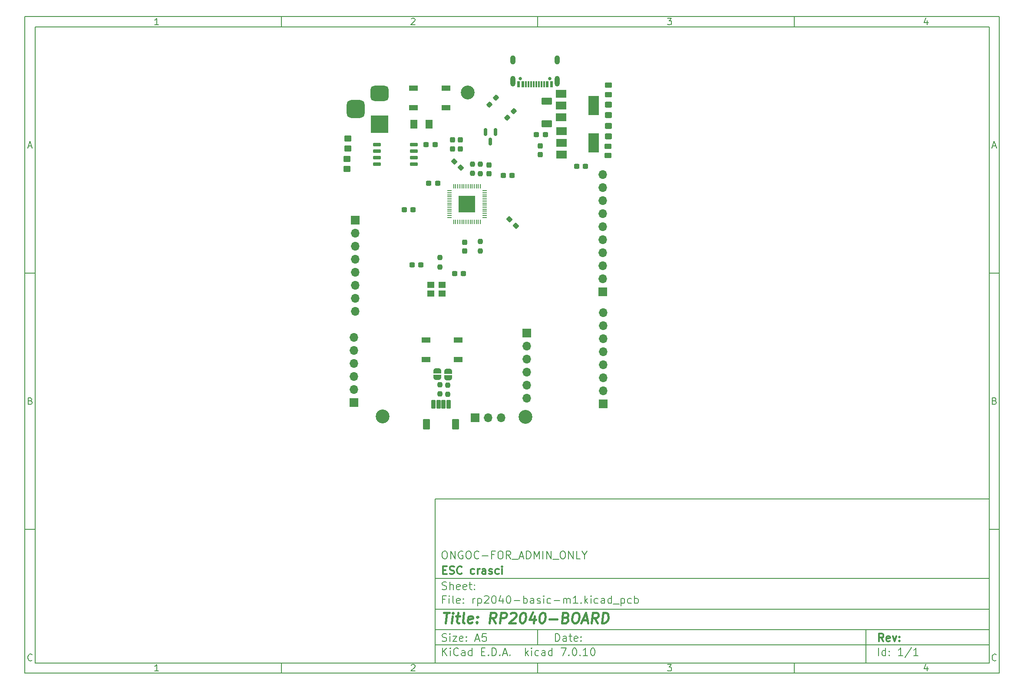
<source format=gbr>
%TF.GenerationSoftware,KiCad,Pcbnew,7.0.10*%
%TF.CreationDate,2024-01-28T16:32:00+05:30*%
%TF.ProjectId,rp2040-basic-m1,72703230-3430-42d6-9261-7369632d6d31,rev?*%
%TF.SameCoordinates,Original*%
%TF.FileFunction,Soldermask,Top*%
%TF.FilePolarity,Negative*%
%FSLAX46Y46*%
G04 Gerber Fmt 4.6, Leading zero omitted, Abs format (unit mm)*
G04 Created by KiCad (PCBNEW 7.0.10) date 2024-01-28 16:32:00*
%MOMM*%
%LPD*%
G01*
G04 APERTURE LIST*
G04 Aperture macros list*
%AMRoundRect*
0 Rectangle with rounded corners*
0 $1 Rounding radius*
0 $2 $3 $4 $5 $6 $7 $8 $9 X,Y pos of 4 corners*
0 Add a 4 corners polygon primitive as box body*
4,1,4,$2,$3,$4,$5,$6,$7,$8,$9,$2,$3,0*
0 Add four circle primitives for the rounded corners*
1,1,$1+$1,$2,$3*
1,1,$1+$1,$4,$5*
1,1,$1+$1,$6,$7*
1,1,$1+$1,$8,$9*
0 Add four rect primitives between the rounded corners*
20,1,$1+$1,$2,$3,$4,$5,0*
20,1,$1+$1,$4,$5,$6,$7,0*
20,1,$1+$1,$6,$7,$8,$9,0*
20,1,$1+$1,$8,$9,$2,$3,0*%
%AMFreePoly0*
4,1,19,0.500000,-0.750000,0.000000,-0.750000,0.000000,-0.744911,-0.071157,-0.744911,-0.207708,-0.704816,-0.327430,-0.627875,-0.420627,-0.520320,-0.479746,-0.390866,-0.500000,-0.250000,-0.500000,0.250000,-0.479746,0.390866,-0.420627,0.520320,-0.327430,0.627875,-0.207708,0.704816,-0.071157,0.744911,0.000000,0.744911,0.000000,0.750000,0.500000,0.750000,0.500000,-0.750000,0.500000,-0.750000,
$1*%
%AMFreePoly1*
4,1,19,0.000000,0.744911,0.071157,0.744911,0.207708,0.704816,0.327430,0.627875,0.420627,0.520320,0.479746,0.390866,0.500000,0.250000,0.500000,-0.250000,0.479746,-0.390866,0.420627,-0.520320,0.327430,-0.627875,0.207708,-0.704816,0.071157,-0.744911,0.000000,-0.744911,0.000000,-0.750000,-0.500000,-0.750000,-0.500000,0.750000,0.000000,0.750000,0.000000,0.744911,0.000000,0.744911,
$1*%
G04 Aperture macros list end*
%ADD10C,0.100000*%
%ADD11C,0.150000*%
%ADD12C,0.300000*%
%ADD13C,0.400000*%
%ADD14R,1.700000X1.000000*%
%ADD15RoundRect,0.237500X0.300000X0.237500X-0.300000X0.237500X-0.300000X-0.237500X0.300000X-0.237500X0*%
%ADD16R,2.000000X1.500000*%
%ADD17R,2.000000X3.800000*%
%ADD18R,1.700000X1.700000*%
%ADD19O,1.700000X1.700000*%
%ADD20C,2.700000*%
%ADD21RoundRect,0.250000X-0.450000X0.262500X-0.450000X-0.262500X0.450000X-0.262500X0.450000X0.262500X0*%
%ADD22RoundRect,0.250000X0.450000X-0.350000X0.450000X0.350000X-0.450000X0.350000X-0.450000X-0.350000X0*%
%ADD23RoundRect,0.237500X0.380070X-0.044194X-0.044194X0.380070X-0.380070X0.044194X0.044194X-0.380070X0*%
%ADD24RoundRect,0.237500X0.237500X-0.250000X0.237500X0.250000X-0.237500X0.250000X-0.237500X-0.250000X0*%
%ADD25RoundRect,0.237500X-0.300000X-0.237500X0.300000X-0.237500X0.300000X0.237500X-0.300000X0.237500X0*%
%ADD26RoundRect,0.150000X-0.150000X0.587500X-0.150000X-0.587500X0.150000X-0.587500X0.150000X0.587500X0*%
%ADD27R,1.400000X1.200000*%
%ADD28RoundRect,0.250001X-0.462499X-0.624999X0.462499X-0.624999X0.462499X0.624999X-0.462499X0.624999X0*%
%ADD29RoundRect,0.237500X0.237500X-0.300000X0.237500X0.300000X-0.237500X0.300000X-0.237500X-0.300000X0*%
%ADD30RoundRect,0.237500X-0.380070X0.044194X0.044194X-0.380070X0.380070X-0.044194X-0.044194X0.380070X0*%
%ADD31RoundRect,0.237500X-0.237500X0.250000X-0.237500X-0.250000X0.237500X-0.250000X0.237500X0.250000X0*%
%ADD32FreePoly0,90.000000*%
%ADD33FreePoly1,90.000000*%
%ADD34RoundRect,0.102000X-0.300000X-0.775000X0.300000X-0.775000X0.300000X0.775000X-0.300000X0.775000X0*%
%ADD35RoundRect,0.102000X0.600000X0.900000X-0.600000X0.900000X-0.600000X-0.900000X0.600000X-0.900000X0*%
%ADD36RoundRect,0.250000X0.450000X-0.325000X0.450000X0.325000X-0.450000X0.325000X-0.450000X-0.325000X0*%
%ADD37RoundRect,0.237500X0.008839X0.344715X-0.344715X-0.008839X-0.008839X-0.344715X0.344715X0.008839X0*%
%ADD38RoundRect,0.050000X-0.387500X-0.050000X0.387500X-0.050000X0.387500X0.050000X-0.387500X0.050000X0*%
%ADD39RoundRect,0.050000X-0.050000X-0.387500X0.050000X-0.387500X0.050000X0.387500X-0.050000X0.387500X0*%
%ADD40R,3.200000X3.200000*%
%ADD41RoundRect,0.250000X-0.450000X0.350000X-0.450000X-0.350000X0.450000X-0.350000X0.450000X0.350000X0*%
%ADD42C,0.650000*%
%ADD43R,0.600000X1.240000*%
%ADD44R,0.300000X1.240000*%
%ADD45O,1.000000X2.100000*%
%ADD46O,1.000000X1.800000*%
%ADD47RoundRect,0.237500X-0.237500X0.300000X-0.237500X-0.300000X0.237500X-0.300000X0.237500X0.300000X0*%
%ADD48RoundRect,0.250000X-0.450000X0.325000X-0.450000X-0.325000X0.450000X-0.325000X0.450000X0.325000X0*%
%ADD49RoundRect,0.150000X-0.650000X-0.150000X0.650000X-0.150000X0.650000X0.150000X-0.650000X0.150000X0*%
%ADD50R,3.500000X3.500000*%
%ADD51RoundRect,0.750000X-1.000000X0.750000X-1.000000X-0.750000X1.000000X-0.750000X1.000000X0.750000X0*%
%ADD52RoundRect,0.875000X-0.875000X0.875000X-0.875000X-0.875000X0.875000X-0.875000X0.875000X0.875000X0*%
%ADD53RoundRect,0.250000X0.800000X-0.450000X0.800000X0.450000X-0.800000X0.450000X-0.800000X-0.450000X0*%
G04 APERTURE END LIST*
D10*
D11*
X90007200Y-104005800D02*
X198007200Y-104005800D01*
X198007200Y-136005800D01*
X90007200Y-136005800D01*
X90007200Y-104005800D01*
D10*
D11*
X10000000Y-10000000D02*
X200007200Y-10000000D01*
X200007200Y-138005800D01*
X10000000Y-138005800D01*
X10000000Y-10000000D01*
D10*
D11*
X12000000Y-12000000D02*
X198007200Y-12000000D01*
X198007200Y-136005800D01*
X12000000Y-136005800D01*
X12000000Y-12000000D01*
D10*
D11*
X60000000Y-12000000D02*
X60000000Y-10000000D01*
D10*
D11*
X110000000Y-12000000D02*
X110000000Y-10000000D01*
D10*
D11*
X160000000Y-12000000D02*
X160000000Y-10000000D01*
D10*
D11*
X36089160Y-11593604D02*
X35346303Y-11593604D01*
X35717731Y-11593604D02*
X35717731Y-10293604D01*
X35717731Y-10293604D02*
X35593922Y-10479319D01*
X35593922Y-10479319D02*
X35470112Y-10603128D01*
X35470112Y-10603128D02*
X35346303Y-10665033D01*
D10*
D11*
X85346303Y-10417414D02*
X85408207Y-10355509D01*
X85408207Y-10355509D02*
X85532017Y-10293604D01*
X85532017Y-10293604D02*
X85841541Y-10293604D01*
X85841541Y-10293604D02*
X85965350Y-10355509D01*
X85965350Y-10355509D02*
X86027255Y-10417414D01*
X86027255Y-10417414D02*
X86089160Y-10541223D01*
X86089160Y-10541223D02*
X86089160Y-10665033D01*
X86089160Y-10665033D02*
X86027255Y-10850747D01*
X86027255Y-10850747D02*
X85284398Y-11593604D01*
X85284398Y-11593604D02*
X86089160Y-11593604D01*
D10*
D11*
X135284398Y-10293604D02*
X136089160Y-10293604D01*
X136089160Y-10293604D02*
X135655826Y-10788842D01*
X135655826Y-10788842D02*
X135841541Y-10788842D01*
X135841541Y-10788842D02*
X135965350Y-10850747D01*
X135965350Y-10850747D02*
X136027255Y-10912652D01*
X136027255Y-10912652D02*
X136089160Y-11036461D01*
X136089160Y-11036461D02*
X136089160Y-11345985D01*
X136089160Y-11345985D02*
X136027255Y-11469795D01*
X136027255Y-11469795D02*
X135965350Y-11531700D01*
X135965350Y-11531700D02*
X135841541Y-11593604D01*
X135841541Y-11593604D02*
X135470112Y-11593604D01*
X135470112Y-11593604D02*
X135346303Y-11531700D01*
X135346303Y-11531700D02*
X135284398Y-11469795D01*
D10*
D11*
X185965350Y-10726938D02*
X185965350Y-11593604D01*
X185655826Y-10231700D02*
X185346303Y-11160271D01*
X185346303Y-11160271D02*
X186151064Y-11160271D01*
D10*
D11*
X60000000Y-136005800D02*
X60000000Y-138005800D01*
D10*
D11*
X110000000Y-136005800D02*
X110000000Y-138005800D01*
D10*
D11*
X160000000Y-136005800D02*
X160000000Y-138005800D01*
D10*
D11*
X36089160Y-137599404D02*
X35346303Y-137599404D01*
X35717731Y-137599404D02*
X35717731Y-136299404D01*
X35717731Y-136299404D02*
X35593922Y-136485119D01*
X35593922Y-136485119D02*
X35470112Y-136608928D01*
X35470112Y-136608928D02*
X35346303Y-136670833D01*
D10*
D11*
X85346303Y-136423214D02*
X85408207Y-136361309D01*
X85408207Y-136361309D02*
X85532017Y-136299404D01*
X85532017Y-136299404D02*
X85841541Y-136299404D01*
X85841541Y-136299404D02*
X85965350Y-136361309D01*
X85965350Y-136361309D02*
X86027255Y-136423214D01*
X86027255Y-136423214D02*
X86089160Y-136547023D01*
X86089160Y-136547023D02*
X86089160Y-136670833D01*
X86089160Y-136670833D02*
X86027255Y-136856547D01*
X86027255Y-136856547D02*
X85284398Y-137599404D01*
X85284398Y-137599404D02*
X86089160Y-137599404D01*
D10*
D11*
X135284398Y-136299404D02*
X136089160Y-136299404D01*
X136089160Y-136299404D02*
X135655826Y-136794642D01*
X135655826Y-136794642D02*
X135841541Y-136794642D01*
X135841541Y-136794642D02*
X135965350Y-136856547D01*
X135965350Y-136856547D02*
X136027255Y-136918452D01*
X136027255Y-136918452D02*
X136089160Y-137042261D01*
X136089160Y-137042261D02*
X136089160Y-137351785D01*
X136089160Y-137351785D02*
X136027255Y-137475595D01*
X136027255Y-137475595D02*
X135965350Y-137537500D01*
X135965350Y-137537500D02*
X135841541Y-137599404D01*
X135841541Y-137599404D02*
X135470112Y-137599404D01*
X135470112Y-137599404D02*
X135346303Y-137537500D01*
X135346303Y-137537500D02*
X135284398Y-137475595D01*
D10*
D11*
X185965350Y-136732738D02*
X185965350Y-137599404D01*
X185655826Y-136237500D02*
X185346303Y-137166071D01*
X185346303Y-137166071D02*
X186151064Y-137166071D01*
D10*
D11*
X10000000Y-60000000D02*
X12000000Y-60000000D01*
D10*
D11*
X10000000Y-110000000D02*
X12000000Y-110000000D01*
D10*
D11*
X10690476Y-35222176D02*
X11309523Y-35222176D01*
X10566666Y-35593604D02*
X10999999Y-34293604D01*
X10999999Y-34293604D02*
X11433333Y-35593604D01*
D10*
D11*
X11092857Y-84912652D02*
X11278571Y-84974557D01*
X11278571Y-84974557D02*
X11340476Y-85036461D01*
X11340476Y-85036461D02*
X11402380Y-85160271D01*
X11402380Y-85160271D02*
X11402380Y-85345985D01*
X11402380Y-85345985D02*
X11340476Y-85469795D01*
X11340476Y-85469795D02*
X11278571Y-85531700D01*
X11278571Y-85531700D02*
X11154761Y-85593604D01*
X11154761Y-85593604D02*
X10659523Y-85593604D01*
X10659523Y-85593604D02*
X10659523Y-84293604D01*
X10659523Y-84293604D02*
X11092857Y-84293604D01*
X11092857Y-84293604D02*
X11216666Y-84355509D01*
X11216666Y-84355509D02*
X11278571Y-84417414D01*
X11278571Y-84417414D02*
X11340476Y-84541223D01*
X11340476Y-84541223D02*
X11340476Y-84665033D01*
X11340476Y-84665033D02*
X11278571Y-84788842D01*
X11278571Y-84788842D02*
X11216666Y-84850747D01*
X11216666Y-84850747D02*
X11092857Y-84912652D01*
X11092857Y-84912652D02*
X10659523Y-84912652D01*
D10*
D11*
X11402380Y-135469795D02*
X11340476Y-135531700D01*
X11340476Y-135531700D02*
X11154761Y-135593604D01*
X11154761Y-135593604D02*
X11030952Y-135593604D01*
X11030952Y-135593604D02*
X10845238Y-135531700D01*
X10845238Y-135531700D02*
X10721428Y-135407890D01*
X10721428Y-135407890D02*
X10659523Y-135284080D01*
X10659523Y-135284080D02*
X10597619Y-135036461D01*
X10597619Y-135036461D02*
X10597619Y-134850747D01*
X10597619Y-134850747D02*
X10659523Y-134603128D01*
X10659523Y-134603128D02*
X10721428Y-134479319D01*
X10721428Y-134479319D02*
X10845238Y-134355509D01*
X10845238Y-134355509D02*
X11030952Y-134293604D01*
X11030952Y-134293604D02*
X11154761Y-134293604D01*
X11154761Y-134293604D02*
X11340476Y-134355509D01*
X11340476Y-134355509D02*
X11402380Y-134417414D01*
D10*
D11*
X200007200Y-60000000D02*
X198007200Y-60000000D01*
D10*
D11*
X200007200Y-110000000D02*
X198007200Y-110000000D01*
D10*
D11*
X198697676Y-35222176D02*
X199316723Y-35222176D01*
X198573866Y-35593604D02*
X199007199Y-34293604D01*
X199007199Y-34293604D02*
X199440533Y-35593604D01*
D10*
D11*
X199100057Y-84912652D02*
X199285771Y-84974557D01*
X199285771Y-84974557D02*
X199347676Y-85036461D01*
X199347676Y-85036461D02*
X199409580Y-85160271D01*
X199409580Y-85160271D02*
X199409580Y-85345985D01*
X199409580Y-85345985D02*
X199347676Y-85469795D01*
X199347676Y-85469795D02*
X199285771Y-85531700D01*
X199285771Y-85531700D02*
X199161961Y-85593604D01*
X199161961Y-85593604D02*
X198666723Y-85593604D01*
X198666723Y-85593604D02*
X198666723Y-84293604D01*
X198666723Y-84293604D02*
X199100057Y-84293604D01*
X199100057Y-84293604D02*
X199223866Y-84355509D01*
X199223866Y-84355509D02*
X199285771Y-84417414D01*
X199285771Y-84417414D02*
X199347676Y-84541223D01*
X199347676Y-84541223D02*
X199347676Y-84665033D01*
X199347676Y-84665033D02*
X199285771Y-84788842D01*
X199285771Y-84788842D02*
X199223866Y-84850747D01*
X199223866Y-84850747D02*
X199100057Y-84912652D01*
X199100057Y-84912652D02*
X198666723Y-84912652D01*
D10*
D11*
X199409580Y-135469795D02*
X199347676Y-135531700D01*
X199347676Y-135531700D02*
X199161961Y-135593604D01*
X199161961Y-135593604D02*
X199038152Y-135593604D01*
X199038152Y-135593604D02*
X198852438Y-135531700D01*
X198852438Y-135531700D02*
X198728628Y-135407890D01*
X198728628Y-135407890D02*
X198666723Y-135284080D01*
X198666723Y-135284080D02*
X198604819Y-135036461D01*
X198604819Y-135036461D02*
X198604819Y-134850747D01*
X198604819Y-134850747D02*
X198666723Y-134603128D01*
X198666723Y-134603128D02*
X198728628Y-134479319D01*
X198728628Y-134479319D02*
X198852438Y-134355509D01*
X198852438Y-134355509D02*
X199038152Y-134293604D01*
X199038152Y-134293604D02*
X199161961Y-134293604D01*
X199161961Y-134293604D02*
X199347676Y-134355509D01*
X199347676Y-134355509D02*
X199409580Y-134417414D01*
D10*
D11*
X113463026Y-131791928D02*
X113463026Y-130291928D01*
X113463026Y-130291928D02*
X113820169Y-130291928D01*
X113820169Y-130291928D02*
X114034455Y-130363357D01*
X114034455Y-130363357D02*
X114177312Y-130506214D01*
X114177312Y-130506214D02*
X114248741Y-130649071D01*
X114248741Y-130649071D02*
X114320169Y-130934785D01*
X114320169Y-130934785D02*
X114320169Y-131149071D01*
X114320169Y-131149071D02*
X114248741Y-131434785D01*
X114248741Y-131434785D02*
X114177312Y-131577642D01*
X114177312Y-131577642D02*
X114034455Y-131720500D01*
X114034455Y-131720500D02*
X113820169Y-131791928D01*
X113820169Y-131791928D02*
X113463026Y-131791928D01*
X115605884Y-131791928D02*
X115605884Y-131006214D01*
X115605884Y-131006214D02*
X115534455Y-130863357D01*
X115534455Y-130863357D02*
X115391598Y-130791928D01*
X115391598Y-130791928D02*
X115105884Y-130791928D01*
X115105884Y-130791928D02*
X114963026Y-130863357D01*
X115605884Y-131720500D02*
X115463026Y-131791928D01*
X115463026Y-131791928D02*
X115105884Y-131791928D01*
X115105884Y-131791928D02*
X114963026Y-131720500D01*
X114963026Y-131720500D02*
X114891598Y-131577642D01*
X114891598Y-131577642D02*
X114891598Y-131434785D01*
X114891598Y-131434785D02*
X114963026Y-131291928D01*
X114963026Y-131291928D02*
X115105884Y-131220500D01*
X115105884Y-131220500D02*
X115463026Y-131220500D01*
X115463026Y-131220500D02*
X115605884Y-131149071D01*
X116105884Y-130791928D02*
X116677312Y-130791928D01*
X116320169Y-130291928D02*
X116320169Y-131577642D01*
X116320169Y-131577642D02*
X116391598Y-131720500D01*
X116391598Y-131720500D02*
X116534455Y-131791928D01*
X116534455Y-131791928D02*
X116677312Y-131791928D01*
X117748741Y-131720500D02*
X117605884Y-131791928D01*
X117605884Y-131791928D02*
X117320170Y-131791928D01*
X117320170Y-131791928D02*
X117177312Y-131720500D01*
X117177312Y-131720500D02*
X117105884Y-131577642D01*
X117105884Y-131577642D02*
X117105884Y-131006214D01*
X117105884Y-131006214D02*
X117177312Y-130863357D01*
X117177312Y-130863357D02*
X117320170Y-130791928D01*
X117320170Y-130791928D02*
X117605884Y-130791928D01*
X117605884Y-130791928D02*
X117748741Y-130863357D01*
X117748741Y-130863357D02*
X117820170Y-131006214D01*
X117820170Y-131006214D02*
X117820170Y-131149071D01*
X117820170Y-131149071D02*
X117105884Y-131291928D01*
X118463026Y-131649071D02*
X118534455Y-131720500D01*
X118534455Y-131720500D02*
X118463026Y-131791928D01*
X118463026Y-131791928D02*
X118391598Y-131720500D01*
X118391598Y-131720500D02*
X118463026Y-131649071D01*
X118463026Y-131649071D02*
X118463026Y-131791928D01*
X118463026Y-130863357D02*
X118534455Y-130934785D01*
X118534455Y-130934785D02*
X118463026Y-131006214D01*
X118463026Y-131006214D02*
X118391598Y-130934785D01*
X118391598Y-130934785D02*
X118463026Y-130863357D01*
X118463026Y-130863357D02*
X118463026Y-131006214D01*
D10*
D11*
X90007200Y-132505800D02*
X198007200Y-132505800D01*
D10*
D11*
X91463026Y-134591928D02*
X91463026Y-133091928D01*
X92320169Y-134591928D02*
X91677312Y-133734785D01*
X92320169Y-133091928D02*
X91463026Y-133949071D01*
X92963026Y-134591928D02*
X92963026Y-133591928D01*
X92963026Y-133091928D02*
X92891598Y-133163357D01*
X92891598Y-133163357D02*
X92963026Y-133234785D01*
X92963026Y-133234785D02*
X93034455Y-133163357D01*
X93034455Y-133163357D02*
X92963026Y-133091928D01*
X92963026Y-133091928D02*
X92963026Y-133234785D01*
X94534455Y-134449071D02*
X94463027Y-134520500D01*
X94463027Y-134520500D02*
X94248741Y-134591928D01*
X94248741Y-134591928D02*
X94105884Y-134591928D01*
X94105884Y-134591928D02*
X93891598Y-134520500D01*
X93891598Y-134520500D02*
X93748741Y-134377642D01*
X93748741Y-134377642D02*
X93677312Y-134234785D01*
X93677312Y-134234785D02*
X93605884Y-133949071D01*
X93605884Y-133949071D02*
X93605884Y-133734785D01*
X93605884Y-133734785D02*
X93677312Y-133449071D01*
X93677312Y-133449071D02*
X93748741Y-133306214D01*
X93748741Y-133306214D02*
X93891598Y-133163357D01*
X93891598Y-133163357D02*
X94105884Y-133091928D01*
X94105884Y-133091928D02*
X94248741Y-133091928D01*
X94248741Y-133091928D02*
X94463027Y-133163357D01*
X94463027Y-133163357D02*
X94534455Y-133234785D01*
X95820170Y-134591928D02*
X95820170Y-133806214D01*
X95820170Y-133806214D02*
X95748741Y-133663357D01*
X95748741Y-133663357D02*
X95605884Y-133591928D01*
X95605884Y-133591928D02*
X95320170Y-133591928D01*
X95320170Y-133591928D02*
X95177312Y-133663357D01*
X95820170Y-134520500D02*
X95677312Y-134591928D01*
X95677312Y-134591928D02*
X95320170Y-134591928D01*
X95320170Y-134591928D02*
X95177312Y-134520500D01*
X95177312Y-134520500D02*
X95105884Y-134377642D01*
X95105884Y-134377642D02*
X95105884Y-134234785D01*
X95105884Y-134234785D02*
X95177312Y-134091928D01*
X95177312Y-134091928D02*
X95320170Y-134020500D01*
X95320170Y-134020500D02*
X95677312Y-134020500D01*
X95677312Y-134020500D02*
X95820170Y-133949071D01*
X97177313Y-134591928D02*
X97177313Y-133091928D01*
X97177313Y-134520500D02*
X97034455Y-134591928D01*
X97034455Y-134591928D02*
X96748741Y-134591928D01*
X96748741Y-134591928D02*
X96605884Y-134520500D01*
X96605884Y-134520500D02*
X96534455Y-134449071D01*
X96534455Y-134449071D02*
X96463027Y-134306214D01*
X96463027Y-134306214D02*
X96463027Y-133877642D01*
X96463027Y-133877642D02*
X96534455Y-133734785D01*
X96534455Y-133734785D02*
X96605884Y-133663357D01*
X96605884Y-133663357D02*
X96748741Y-133591928D01*
X96748741Y-133591928D02*
X97034455Y-133591928D01*
X97034455Y-133591928D02*
X97177313Y-133663357D01*
X99034455Y-133806214D02*
X99534455Y-133806214D01*
X99748741Y-134591928D02*
X99034455Y-134591928D01*
X99034455Y-134591928D02*
X99034455Y-133091928D01*
X99034455Y-133091928D02*
X99748741Y-133091928D01*
X100391598Y-134449071D02*
X100463027Y-134520500D01*
X100463027Y-134520500D02*
X100391598Y-134591928D01*
X100391598Y-134591928D02*
X100320170Y-134520500D01*
X100320170Y-134520500D02*
X100391598Y-134449071D01*
X100391598Y-134449071D02*
X100391598Y-134591928D01*
X101105884Y-134591928D02*
X101105884Y-133091928D01*
X101105884Y-133091928D02*
X101463027Y-133091928D01*
X101463027Y-133091928D02*
X101677313Y-133163357D01*
X101677313Y-133163357D02*
X101820170Y-133306214D01*
X101820170Y-133306214D02*
X101891599Y-133449071D01*
X101891599Y-133449071D02*
X101963027Y-133734785D01*
X101963027Y-133734785D02*
X101963027Y-133949071D01*
X101963027Y-133949071D02*
X101891599Y-134234785D01*
X101891599Y-134234785D02*
X101820170Y-134377642D01*
X101820170Y-134377642D02*
X101677313Y-134520500D01*
X101677313Y-134520500D02*
X101463027Y-134591928D01*
X101463027Y-134591928D02*
X101105884Y-134591928D01*
X102605884Y-134449071D02*
X102677313Y-134520500D01*
X102677313Y-134520500D02*
X102605884Y-134591928D01*
X102605884Y-134591928D02*
X102534456Y-134520500D01*
X102534456Y-134520500D02*
X102605884Y-134449071D01*
X102605884Y-134449071D02*
X102605884Y-134591928D01*
X103248742Y-134163357D02*
X103963028Y-134163357D01*
X103105885Y-134591928D02*
X103605885Y-133091928D01*
X103605885Y-133091928D02*
X104105885Y-134591928D01*
X104605884Y-134449071D02*
X104677313Y-134520500D01*
X104677313Y-134520500D02*
X104605884Y-134591928D01*
X104605884Y-134591928D02*
X104534456Y-134520500D01*
X104534456Y-134520500D02*
X104605884Y-134449071D01*
X104605884Y-134449071D02*
X104605884Y-134591928D01*
X107605884Y-134591928D02*
X107605884Y-133091928D01*
X107748742Y-134020500D02*
X108177313Y-134591928D01*
X108177313Y-133591928D02*
X107605884Y-134163357D01*
X108820170Y-134591928D02*
X108820170Y-133591928D01*
X108820170Y-133091928D02*
X108748742Y-133163357D01*
X108748742Y-133163357D02*
X108820170Y-133234785D01*
X108820170Y-133234785D02*
X108891599Y-133163357D01*
X108891599Y-133163357D02*
X108820170Y-133091928D01*
X108820170Y-133091928D02*
X108820170Y-133234785D01*
X110177314Y-134520500D02*
X110034456Y-134591928D01*
X110034456Y-134591928D02*
X109748742Y-134591928D01*
X109748742Y-134591928D02*
X109605885Y-134520500D01*
X109605885Y-134520500D02*
X109534456Y-134449071D01*
X109534456Y-134449071D02*
X109463028Y-134306214D01*
X109463028Y-134306214D02*
X109463028Y-133877642D01*
X109463028Y-133877642D02*
X109534456Y-133734785D01*
X109534456Y-133734785D02*
X109605885Y-133663357D01*
X109605885Y-133663357D02*
X109748742Y-133591928D01*
X109748742Y-133591928D02*
X110034456Y-133591928D01*
X110034456Y-133591928D02*
X110177314Y-133663357D01*
X111463028Y-134591928D02*
X111463028Y-133806214D01*
X111463028Y-133806214D02*
X111391599Y-133663357D01*
X111391599Y-133663357D02*
X111248742Y-133591928D01*
X111248742Y-133591928D02*
X110963028Y-133591928D01*
X110963028Y-133591928D02*
X110820170Y-133663357D01*
X111463028Y-134520500D02*
X111320170Y-134591928D01*
X111320170Y-134591928D02*
X110963028Y-134591928D01*
X110963028Y-134591928D02*
X110820170Y-134520500D01*
X110820170Y-134520500D02*
X110748742Y-134377642D01*
X110748742Y-134377642D02*
X110748742Y-134234785D01*
X110748742Y-134234785D02*
X110820170Y-134091928D01*
X110820170Y-134091928D02*
X110963028Y-134020500D01*
X110963028Y-134020500D02*
X111320170Y-134020500D01*
X111320170Y-134020500D02*
X111463028Y-133949071D01*
X112820171Y-134591928D02*
X112820171Y-133091928D01*
X112820171Y-134520500D02*
X112677313Y-134591928D01*
X112677313Y-134591928D02*
X112391599Y-134591928D01*
X112391599Y-134591928D02*
X112248742Y-134520500D01*
X112248742Y-134520500D02*
X112177313Y-134449071D01*
X112177313Y-134449071D02*
X112105885Y-134306214D01*
X112105885Y-134306214D02*
X112105885Y-133877642D01*
X112105885Y-133877642D02*
X112177313Y-133734785D01*
X112177313Y-133734785D02*
X112248742Y-133663357D01*
X112248742Y-133663357D02*
X112391599Y-133591928D01*
X112391599Y-133591928D02*
X112677313Y-133591928D01*
X112677313Y-133591928D02*
X112820171Y-133663357D01*
X114534456Y-133091928D02*
X115534456Y-133091928D01*
X115534456Y-133091928D02*
X114891599Y-134591928D01*
X116105884Y-134449071D02*
X116177313Y-134520500D01*
X116177313Y-134520500D02*
X116105884Y-134591928D01*
X116105884Y-134591928D02*
X116034456Y-134520500D01*
X116034456Y-134520500D02*
X116105884Y-134449071D01*
X116105884Y-134449071D02*
X116105884Y-134591928D01*
X117105885Y-133091928D02*
X117248742Y-133091928D01*
X117248742Y-133091928D02*
X117391599Y-133163357D01*
X117391599Y-133163357D02*
X117463028Y-133234785D01*
X117463028Y-133234785D02*
X117534456Y-133377642D01*
X117534456Y-133377642D02*
X117605885Y-133663357D01*
X117605885Y-133663357D02*
X117605885Y-134020500D01*
X117605885Y-134020500D02*
X117534456Y-134306214D01*
X117534456Y-134306214D02*
X117463028Y-134449071D01*
X117463028Y-134449071D02*
X117391599Y-134520500D01*
X117391599Y-134520500D02*
X117248742Y-134591928D01*
X117248742Y-134591928D02*
X117105885Y-134591928D01*
X117105885Y-134591928D02*
X116963028Y-134520500D01*
X116963028Y-134520500D02*
X116891599Y-134449071D01*
X116891599Y-134449071D02*
X116820170Y-134306214D01*
X116820170Y-134306214D02*
X116748742Y-134020500D01*
X116748742Y-134020500D02*
X116748742Y-133663357D01*
X116748742Y-133663357D02*
X116820170Y-133377642D01*
X116820170Y-133377642D02*
X116891599Y-133234785D01*
X116891599Y-133234785D02*
X116963028Y-133163357D01*
X116963028Y-133163357D02*
X117105885Y-133091928D01*
X118248741Y-134449071D02*
X118320170Y-134520500D01*
X118320170Y-134520500D02*
X118248741Y-134591928D01*
X118248741Y-134591928D02*
X118177313Y-134520500D01*
X118177313Y-134520500D02*
X118248741Y-134449071D01*
X118248741Y-134449071D02*
X118248741Y-134591928D01*
X119748742Y-134591928D02*
X118891599Y-134591928D01*
X119320170Y-134591928D02*
X119320170Y-133091928D01*
X119320170Y-133091928D02*
X119177313Y-133306214D01*
X119177313Y-133306214D02*
X119034456Y-133449071D01*
X119034456Y-133449071D02*
X118891599Y-133520500D01*
X120677313Y-133091928D02*
X120820170Y-133091928D01*
X120820170Y-133091928D02*
X120963027Y-133163357D01*
X120963027Y-133163357D02*
X121034456Y-133234785D01*
X121034456Y-133234785D02*
X121105884Y-133377642D01*
X121105884Y-133377642D02*
X121177313Y-133663357D01*
X121177313Y-133663357D02*
X121177313Y-134020500D01*
X121177313Y-134020500D02*
X121105884Y-134306214D01*
X121105884Y-134306214D02*
X121034456Y-134449071D01*
X121034456Y-134449071D02*
X120963027Y-134520500D01*
X120963027Y-134520500D02*
X120820170Y-134591928D01*
X120820170Y-134591928D02*
X120677313Y-134591928D01*
X120677313Y-134591928D02*
X120534456Y-134520500D01*
X120534456Y-134520500D02*
X120463027Y-134449071D01*
X120463027Y-134449071D02*
X120391598Y-134306214D01*
X120391598Y-134306214D02*
X120320170Y-134020500D01*
X120320170Y-134020500D02*
X120320170Y-133663357D01*
X120320170Y-133663357D02*
X120391598Y-133377642D01*
X120391598Y-133377642D02*
X120463027Y-133234785D01*
X120463027Y-133234785D02*
X120534456Y-133163357D01*
X120534456Y-133163357D02*
X120677313Y-133091928D01*
D10*
D11*
X90007200Y-129505800D02*
X198007200Y-129505800D01*
D10*
D12*
X177418853Y-131784128D02*
X176918853Y-131069842D01*
X176561710Y-131784128D02*
X176561710Y-130284128D01*
X176561710Y-130284128D02*
X177133139Y-130284128D01*
X177133139Y-130284128D02*
X177275996Y-130355557D01*
X177275996Y-130355557D02*
X177347425Y-130426985D01*
X177347425Y-130426985D02*
X177418853Y-130569842D01*
X177418853Y-130569842D02*
X177418853Y-130784128D01*
X177418853Y-130784128D02*
X177347425Y-130926985D01*
X177347425Y-130926985D02*
X177275996Y-130998414D01*
X177275996Y-130998414D02*
X177133139Y-131069842D01*
X177133139Y-131069842D02*
X176561710Y-131069842D01*
X178633139Y-131712700D02*
X178490282Y-131784128D01*
X178490282Y-131784128D02*
X178204568Y-131784128D01*
X178204568Y-131784128D02*
X178061710Y-131712700D01*
X178061710Y-131712700D02*
X177990282Y-131569842D01*
X177990282Y-131569842D02*
X177990282Y-130998414D01*
X177990282Y-130998414D02*
X178061710Y-130855557D01*
X178061710Y-130855557D02*
X178204568Y-130784128D01*
X178204568Y-130784128D02*
X178490282Y-130784128D01*
X178490282Y-130784128D02*
X178633139Y-130855557D01*
X178633139Y-130855557D02*
X178704568Y-130998414D01*
X178704568Y-130998414D02*
X178704568Y-131141271D01*
X178704568Y-131141271D02*
X177990282Y-131284128D01*
X179204567Y-130784128D02*
X179561710Y-131784128D01*
X179561710Y-131784128D02*
X179918853Y-130784128D01*
X180490281Y-131641271D02*
X180561710Y-131712700D01*
X180561710Y-131712700D02*
X180490281Y-131784128D01*
X180490281Y-131784128D02*
X180418853Y-131712700D01*
X180418853Y-131712700D02*
X180490281Y-131641271D01*
X180490281Y-131641271D02*
X180490281Y-131784128D01*
X180490281Y-130855557D02*
X180561710Y-130926985D01*
X180561710Y-130926985D02*
X180490281Y-130998414D01*
X180490281Y-130998414D02*
X180418853Y-130926985D01*
X180418853Y-130926985D02*
X180490281Y-130855557D01*
X180490281Y-130855557D02*
X180490281Y-130998414D01*
D10*
D11*
X91391598Y-131720500D02*
X91605884Y-131791928D01*
X91605884Y-131791928D02*
X91963026Y-131791928D01*
X91963026Y-131791928D02*
X92105884Y-131720500D01*
X92105884Y-131720500D02*
X92177312Y-131649071D01*
X92177312Y-131649071D02*
X92248741Y-131506214D01*
X92248741Y-131506214D02*
X92248741Y-131363357D01*
X92248741Y-131363357D02*
X92177312Y-131220500D01*
X92177312Y-131220500D02*
X92105884Y-131149071D01*
X92105884Y-131149071D02*
X91963026Y-131077642D01*
X91963026Y-131077642D02*
X91677312Y-131006214D01*
X91677312Y-131006214D02*
X91534455Y-130934785D01*
X91534455Y-130934785D02*
X91463026Y-130863357D01*
X91463026Y-130863357D02*
X91391598Y-130720500D01*
X91391598Y-130720500D02*
X91391598Y-130577642D01*
X91391598Y-130577642D02*
X91463026Y-130434785D01*
X91463026Y-130434785D02*
X91534455Y-130363357D01*
X91534455Y-130363357D02*
X91677312Y-130291928D01*
X91677312Y-130291928D02*
X92034455Y-130291928D01*
X92034455Y-130291928D02*
X92248741Y-130363357D01*
X92891597Y-131791928D02*
X92891597Y-130791928D01*
X92891597Y-130291928D02*
X92820169Y-130363357D01*
X92820169Y-130363357D02*
X92891597Y-130434785D01*
X92891597Y-130434785D02*
X92963026Y-130363357D01*
X92963026Y-130363357D02*
X92891597Y-130291928D01*
X92891597Y-130291928D02*
X92891597Y-130434785D01*
X93463026Y-130791928D02*
X94248741Y-130791928D01*
X94248741Y-130791928D02*
X93463026Y-131791928D01*
X93463026Y-131791928D02*
X94248741Y-131791928D01*
X95391598Y-131720500D02*
X95248741Y-131791928D01*
X95248741Y-131791928D02*
X94963027Y-131791928D01*
X94963027Y-131791928D02*
X94820169Y-131720500D01*
X94820169Y-131720500D02*
X94748741Y-131577642D01*
X94748741Y-131577642D02*
X94748741Y-131006214D01*
X94748741Y-131006214D02*
X94820169Y-130863357D01*
X94820169Y-130863357D02*
X94963027Y-130791928D01*
X94963027Y-130791928D02*
X95248741Y-130791928D01*
X95248741Y-130791928D02*
X95391598Y-130863357D01*
X95391598Y-130863357D02*
X95463027Y-131006214D01*
X95463027Y-131006214D02*
X95463027Y-131149071D01*
X95463027Y-131149071D02*
X94748741Y-131291928D01*
X96105883Y-131649071D02*
X96177312Y-131720500D01*
X96177312Y-131720500D02*
X96105883Y-131791928D01*
X96105883Y-131791928D02*
X96034455Y-131720500D01*
X96034455Y-131720500D02*
X96105883Y-131649071D01*
X96105883Y-131649071D02*
X96105883Y-131791928D01*
X96105883Y-130863357D02*
X96177312Y-130934785D01*
X96177312Y-130934785D02*
X96105883Y-131006214D01*
X96105883Y-131006214D02*
X96034455Y-130934785D01*
X96034455Y-130934785D02*
X96105883Y-130863357D01*
X96105883Y-130863357D02*
X96105883Y-131006214D01*
X97891598Y-131363357D02*
X98605884Y-131363357D01*
X97748741Y-131791928D02*
X98248741Y-130291928D01*
X98248741Y-130291928D02*
X98748741Y-131791928D01*
X99963026Y-130291928D02*
X99248740Y-130291928D01*
X99248740Y-130291928D02*
X99177312Y-131006214D01*
X99177312Y-131006214D02*
X99248740Y-130934785D01*
X99248740Y-130934785D02*
X99391598Y-130863357D01*
X99391598Y-130863357D02*
X99748740Y-130863357D01*
X99748740Y-130863357D02*
X99891598Y-130934785D01*
X99891598Y-130934785D02*
X99963026Y-131006214D01*
X99963026Y-131006214D02*
X100034455Y-131149071D01*
X100034455Y-131149071D02*
X100034455Y-131506214D01*
X100034455Y-131506214D02*
X99963026Y-131649071D01*
X99963026Y-131649071D02*
X99891598Y-131720500D01*
X99891598Y-131720500D02*
X99748740Y-131791928D01*
X99748740Y-131791928D02*
X99391598Y-131791928D01*
X99391598Y-131791928D02*
X99248740Y-131720500D01*
X99248740Y-131720500D02*
X99177312Y-131649071D01*
D10*
D11*
X176463026Y-134591928D02*
X176463026Y-133091928D01*
X177820170Y-134591928D02*
X177820170Y-133091928D01*
X177820170Y-134520500D02*
X177677312Y-134591928D01*
X177677312Y-134591928D02*
X177391598Y-134591928D01*
X177391598Y-134591928D02*
X177248741Y-134520500D01*
X177248741Y-134520500D02*
X177177312Y-134449071D01*
X177177312Y-134449071D02*
X177105884Y-134306214D01*
X177105884Y-134306214D02*
X177105884Y-133877642D01*
X177105884Y-133877642D02*
X177177312Y-133734785D01*
X177177312Y-133734785D02*
X177248741Y-133663357D01*
X177248741Y-133663357D02*
X177391598Y-133591928D01*
X177391598Y-133591928D02*
X177677312Y-133591928D01*
X177677312Y-133591928D02*
X177820170Y-133663357D01*
X178534455Y-134449071D02*
X178605884Y-134520500D01*
X178605884Y-134520500D02*
X178534455Y-134591928D01*
X178534455Y-134591928D02*
X178463027Y-134520500D01*
X178463027Y-134520500D02*
X178534455Y-134449071D01*
X178534455Y-134449071D02*
X178534455Y-134591928D01*
X178534455Y-133663357D02*
X178605884Y-133734785D01*
X178605884Y-133734785D02*
X178534455Y-133806214D01*
X178534455Y-133806214D02*
X178463027Y-133734785D01*
X178463027Y-133734785D02*
X178534455Y-133663357D01*
X178534455Y-133663357D02*
X178534455Y-133806214D01*
X181177313Y-134591928D02*
X180320170Y-134591928D01*
X180748741Y-134591928D02*
X180748741Y-133091928D01*
X180748741Y-133091928D02*
X180605884Y-133306214D01*
X180605884Y-133306214D02*
X180463027Y-133449071D01*
X180463027Y-133449071D02*
X180320170Y-133520500D01*
X182891598Y-133020500D02*
X181605884Y-134949071D01*
X184177313Y-134591928D02*
X183320170Y-134591928D01*
X183748741Y-134591928D02*
X183748741Y-133091928D01*
X183748741Y-133091928D02*
X183605884Y-133306214D01*
X183605884Y-133306214D02*
X183463027Y-133449071D01*
X183463027Y-133449071D02*
X183320170Y-133520500D01*
D10*
D11*
X90007200Y-125505800D02*
X198007200Y-125505800D01*
D10*
D13*
X91698928Y-126210238D02*
X92841785Y-126210238D01*
X92020357Y-128210238D02*
X92270357Y-126210238D01*
X93258452Y-128210238D02*
X93425119Y-126876904D01*
X93508452Y-126210238D02*
X93401309Y-126305476D01*
X93401309Y-126305476D02*
X93484643Y-126400714D01*
X93484643Y-126400714D02*
X93591786Y-126305476D01*
X93591786Y-126305476D02*
X93508452Y-126210238D01*
X93508452Y-126210238D02*
X93484643Y-126400714D01*
X94091786Y-126876904D02*
X94853690Y-126876904D01*
X94460833Y-126210238D02*
X94246548Y-127924523D01*
X94246548Y-127924523D02*
X94317976Y-128115000D01*
X94317976Y-128115000D02*
X94496548Y-128210238D01*
X94496548Y-128210238D02*
X94687024Y-128210238D01*
X95639405Y-128210238D02*
X95460833Y-128115000D01*
X95460833Y-128115000D02*
X95389405Y-127924523D01*
X95389405Y-127924523D02*
X95603690Y-126210238D01*
X97175119Y-128115000D02*
X96972738Y-128210238D01*
X96972738Y-128210238D02*
X96591785Y-128210238D01*
X96591785Y-128210238D02*
X96413214Y-128115000D01*
X96413214Y-128115000D02*
X96341785Y-127924523D01*
X96341785Y-127924523D02*
X96437024Y-127162619D01*
X96437024Y-127162619D02*
X96556071Y-126972142D01*
X96556071Y-126972142D02*
X96758452Y-126876904D01*
X96758452Y-126876904D02*
X97139404Y-126876904D01*
X97139404Y-126876904D02*
X97317976Y-126972142D01*
X97317976Y-126972142D02*
X97389404Y-127162619D01*
X97389404Y-127162619D02*
X97365595Y-127353095D01*
X97365595Y-127353095D02*
X96389404Y-127543571D01*
X98139405Y-128019761D02*
X98222738Y-128115000D01*
X98222738Y-128115000D02*
X98115595Y-128210238D01*
X98115595Y-128210238D02*
X98032262Y-128115000D01*
X98032262Y-128115000D02*
X98139405Y-128019761D01*
X98139405Y-128019761D02*
X98115595Y-128210238D01*
X98270357Y-126972142D02*
X98353690Y-127067380D01*
X98353690Y-127067380D02*
X98246548Y-127162619D01*
X98246548Y-127162619D02*
X98163214Y-127067380D01*
X98163214Y-127067380D02*
X98270357Y-126972142D01*
X98270357Y-126972142D02*
X98246548Y-127162619D01*
X101734643Y-128210238D02*
X101187024Y-127257857D01*
X100591786Y-128210238D02*
X100841786Y-126210238D01*
X100841786Y-126210238D02*
X101603691Y-126210238D01*
X101603691Y-126210238D02*
X101782262Y-126305476D01*
X101782262Y-126305476D02*
X101865596Y-126400714D01*
X101865596Y-126400714D02*
X101937024Y-126591190D01*
X101937024Y-126591190D02*
X101901310Y-126876904D01*
X101901310Y-126876904D02*
X101782262Y-127067380D01*
X101782262Y-127067380D02*
X101675120Y-127162619D01*
X101675120Y-127162619D02*
X101472739Y-127257857D01*
X101472739Y-127257857D02*
X100710834Y-127257857D01*
X102591786Y-128210238D02*
X102841786Y-126210238D01*
X102841786Y-126210238D02*
X103603691Y-126210238D01*
X103603691Y-126210238D02*
X103782262Y-126305476D01*
X103782262Y-126305476D02*
X103865596Y-126400714D01*
X103865596Y-126400714D02*
X103937024Y-126591190D01*
X103937024Y-126591190D02*
X103901310Y-126876904D01*
X103901310Y-126876904D02*
X103782262Y-127067380D01*
X103782262Y-127067380D02*
X103675120Y-127162619D01*
X103675120Y-127162619D02*
X103472739Y-127257857D01*
X103472739Y-127257857D02*
X102710834Y-127257857D01*
X104722739Y-126400714D02*
X104829881Y-126305476D01*
X104829881Y-126305476D02*
X105032262Y-126210238D01*
X105032262Y-126210238D02*
X105508453Y-126210238D01*
X105508453Y-126210238D02*
X105687024Y-126305476D01*
X105687024Y-126305476D02*
X105770358Y-126400714D01*
X105770358Y-126400714D02*
X105841786Y-126591190D01*
X105841786Y-126591190D02*
X105817977Y-126781666D01*
X105817977Y-126781666D02*
X105687024Y-127067380D01*
X105687024Y-127067380D02*
X104401310Y-128210238D01*
X104401310Y-128210238D02*
X105639405Y-128210238D01*
X107127501Y-126210238D02*
X107317977Y-126210238D01*
X107317977Y-126210238D02*
X107496548Y-126305476D01*
X107496548Y-126305476D02*
X107579882Y-126400714D01*
X107579882Y-126400714D02*
X107651310Y-126591190D01*
X107651310Y-126591190D02*
X107698929Y-126972142D01*
X107698929Y-126972142D02*
X107639405Y-127448333D01*
X107639405Y-127448333D02*
X107496548Y-127829285D01*
X107496548Y-127829285D02*
X107377501Y-128019761D01*
X107377501Y-128019761D02*
X107270358Y-128115000D01*
X107270358Y-128115000D02*
X107067977Y-128210238D01*
X107067977Y-128210238D02*
X106877501Y-128210238D01*
X106877501Y-128210238D02*
X106698929Y-128115000D01*
X106698929Y-128115000D02*
X106615596Y-128019761D01*
X106615596Y-128019761D02*
X106544167Y-127829285D01*
X106544167Y-127829285D02*
X106496548Y-127448333D01*
X106496548Y-127448333D02*
X106556072Y-126972142D01*
X106556072Y-126972142D02*
X106698929Y-126591190D01*
X106698929Y-126591190D02*
X106817977Y-126400714D01*
X106817977Y-126400714D02*
X106925120Y-126305476D01*
X106925120Y-126305476D02*
X107127501Y-126210238D01*
X109425120Y-126876904D02*
X109258453Y-128210238D01*
X109044167Y-126115000D02*
X108389405Y-127543571D01*
X108389405Y-127543571D02*
X109627501Y-127543571D01*
X110937025Y-126210238D02*
X111127501Y-126210238D01*
X111127501Y-126210238D02*
X111306072Y-126305476D01*
X111306072Y-126305476D02*
X111389406Y-126400714D01*
X111389406Y-126400714D02*
X111460834Y-126591190D01*
X111460834Y-126591190D02*
X111508453Y-126972142D01*
X111508453Y-126972142D02*
X111448929Y-127448333D01*
X111448929Y-127448333D02*
X111306072Y-127829285D01*
X111306072Y-127829285D02*
X111187025Y-128019761D01*
X111187025Y-128019761D02*
X111079882Y-128115000D01*
X111079882Y-128115000D02*
X110877501Y-128210238D01*
X110877501Y-128210238D02*
X110687025Y-128210238D01*
X110687025Y-128210238D02*
X110508453Y-128115000D01*
X110508453Y-128115000D02*
X110425120Y-128019761D01*
X110425120Y-128019761D02*
X110353691Y-127829285D01*
X110353691Y-127829285D02*
X110306072Y-127448333D01*
X110306072Y-127448333D02*
X110365596Y-126972142D01*
X110365596Y-126972142D02*
X110508453Y-126591190D01*
X110508453Y-126591190D02*
X110627501Y-126400714D01*
X110627501Y-126400714D02*
X110734644Y-126305476D01*
X110734644Y-126305476D02*
X110937025Y-126210238D01*
X112306072Y-127448333D02*
X113829882Y-127448333D01*
X115484643Y-127162619D02*
X115758453Y-127257857D01*
X115758453Y-127257857D02*
X115841786Y-127353095D01*
X115841786Y-127353095D02*
X115913215Y-127543571D01*
X115913215Y-127543571D02*
X115877500Y-127829285D01*
X115877500Y-127829285D02*
X115758453Y-128019761D01*
X115758453Y-128019761D02*
X115651310Y-128115000D01*
X115651310Y-128115000D02*
X115448929Y-128210238D01*
X115448929Y-128210238D02*
X114687024Y-128210238D01*
X114687024Y-128210238D02*
X114937024Y-126210238D01*
X114937024Y-126210238D02*
X115603691Y-126210238D01*
X115603691Y-126210238D02*
X115782262Y-126305476D01*
X115782262Y-126305476D02*
X115865596Y-126400714D01*
X115865596Y-126400714D02*
X115937024Y-126591190D01*
X115937024Y-126591190D02*
X115913215Y-126781666D01*
X115913215Y-126781666D02*
X115794167Y-126972142D01*
X115794167Y-126972142D02*
X115687024Y-127067380D01*
X115687024Y-127067380D02*
X115484643Y-127162619D01*
X115484643Y-127162619D02*
X114817977Y-127162619D01*
X117317977Y-126210238D02*
X117698929Y-126210238D01*
X117698929Y-126210238D02*
X117877500Y-126305476D01*
X117877500Y-126305476D02*
X118044167Y-126495952D01*
X118044167Y-126495952D02*
X118091786Y-126876904D01*
X118091786Y-126876904D02*
X118008453Y-127543571D01*
X118008453Y-127543571D02*
X117865596Y-127924523D01*
X117865596Y-127924523D02*
X117651310Y-128115000D01*
X117651310Y-128115000D02*
X117448929Y-128210238D01*
X117448929Y-128210238D02*
X117067977Y-128210238D01*
X117067977Y-128210238D02*
X116889405Y-128115000D01*
X116889405Y-128115000D02*
X116722739Y-127924523D01*
X116722739Y-127924523D02*
X116675119Y-127543571D01*
X116675119Y-127543571D02*
X116758453Y-126876904D01*
X116758453Y-126876904D02*
X116901310Y-126495952D01*
X116901310Y-126495952D02*
X117115596Y-126305476D01*
X117115596Y-126305476D02*
X117317977Y-126210238D01*
X118758453Y-127638809D02*
X119710834Y-127638809D01*
X118496548Y-128210238D02*
X119413215Y-126210238D01*
X119413215Y-126210238D02*
X119829881Y-128210238D01*
X121639405Y-128210238D02*
X121091786Y-127257857D01*
X120496548Y-128210238D02*
X120746548Y-126210238D01*
X120746548Y-126210238D02*
X121508453Y-126210238D01*
X121508453Y-126210238D02*
X121687024Y-126305476D01*
X121687024Y-126305476D02*
X121770358Y-126400714D01*
X121770358Y-126400714D02*
X121841786Y-126591190D01*
X121841786Y-126591190D02*
X121806072Y-126876904D01*
X121806072Y-126876904D02*
X121687024Y-127067380D01*
X121687024Y-127067380D02*
X121579882Y-127162619D01*
X121579882Y-127162619D02*
X121377501Y-127257857D01*
X121377501Y-127257857D02*
X120615596Y-127257857D01*
X122496548Y-128210238D02*
X122746548Y-126210238D01*
X122746548Y-126210238D02*
X123222739Y-126210238D01*
X123222739Y-126210238D02*
X123496548Y-126305476D01*
X123496548Y-126305476D02*
X123663215Y-126495952D01*
X123663215Y-126495952D02*
X123734643Y-126686428D01*
X123734643Y-126686428D02*
X123782263Y-127067380D01*
X123782263Y-127067380D02*
X123746548Y-127353095D01*
X123746548Y-127353095D02*
X123603691Y-127734047D01*
X123603691Y-127734047D02*
X123484643Y-127924523D01*
X123484643Y-127924523D02*
X123270358Y-128115000D01*
X123270358Y-128115000D02*
X122972739Y-128210238D01*
X122972739Y-128210238D02*
X122496548Y-128210238D01*
D10*
D11*
X91963026Y-123606214D02*
X91463026Y-123606214D01*
X91463026Y-124391928D02*
X91463026Y-122891928D01*
X91463026Y-122891928D02*
X92177312Y-122891928D01*
X92748740Y-124391928D02*
X92748740Y-123391928D01*
X92748740Y-122891928D02*
X92677312Y-122963357D01*
X92677312Y-122963357D02*
X92748740Y-123034785D01*
X92748740Y-123034785D02*
X92820169Y-122963357D01*
X92820169Y-122963357D02*
X92748740Y-122891928D01*
X92748740Y-122891928D02*
X92748740Y-123034785D01*
X93677312Y-124391928D02*
X93534455Y-124320500D01*
X93534455Y-124320500D02*
X93463026Y-124177642D01*
X93463026Y-124177642D02*
X93463026Y-122891928D01*
X94820169Y-124320500D02*
X94677312Y-124391928D01*
X94677312Y-124391928D02*
X94391598Y-124391928D01*
X94391598Y-124391928D02*
X94248740Y-124320500D01*
X94248740Y-124320500D02*
X94177312Y-124177642D01*
X94177312Y-124177642D02*
X94177312Y-123606214D01*
X94177312Y-123606214D02*
X94248740Y-123463357D01*
X94248740Y-123463357D02*
X94391598Y-123391928D01*
X94391598Y-123391928D02*
X94677312Y-123391928D01*
X94677312Y-123391928D02*
X94820169Y-123463357D01*
X94820169Y-123463357D02*
X94891598Y-123606214D01*
X94891598Y-123606214D02*
X94891598Y-123749071D01*
X94891598Y-123749071D02*
X94177312Y-123891928D01*
X95534454Y-124249071D02*
X95605883Y-124320500D01*
X95605883Y-124320500D02*
X95534454Y-124391928D01*
X95534454Y-124391928D02*
X95463026Y-124320500D01*
X95463026Y-124320500D02*
X95534454Y-124249071D01*
X95534454Y-124249071D02*
X95534454Y-124391928D01*
X95534454Y-123463357D02*
X95605883Y-123534785D01*
X95605883Y-123534785D02*
X95534454Y-123606214D01*
X95534454Y-123606214D02*
X95463026Y-123534785D01*
X95463026Y-123534785D02*
X95534454Y-123463357D01*
X95534454Y-123463357D02*
X95534454Y-123606214D01*
X97391597Y-124391928D02*
X97391597Y-123391928D01*
X97391597Y-123677642D02*
X97463026Y-123534785D01*
X97463026Y-123534785D02*
X97534455Y-123463357D01*
X97534455Y-123463357D02*
X97677312Y-123391928D01*
X97677312Y-123391928D02*
X97820169Y-123391928D01*
X98320168Y-123391928D02*
X98320168Y-124891928D01*
X98320168Y-123463357D02*
X98463026Y-123391928D01*
X98463026Y-123391928D02*
X98748740Y-123391928D01*
X98748740Y-123391928D02*
X98891597Y-123463357D01*
X98891597Y-123463357D02*
X98963026Y-123534785D01*
X98963026Y-123534785D02*
X99034454Y-123677642D01*
X99034454Y-123677642D02*
X99034454Y-124106214D01*
X99034454Y-124106214D02*
X98963026Y-124249071D01*
X98963026Y-124249071D02*
X98891597Y-124320500D01*
X98891597Y-124320500D02*
X98748740Y-124391928D01*
X98748740Y-124391928D02*
X98463026Y-124391928D01*
X98463026Y-124391928D02*
X98320168Y-124320500D01*
X99605883Y-123034785D02*
X99677311Y-122963357D01*
X99677311Y-122963357D02*
X99820169Y-122891928D01*
X99820169Y-122891928D02*
X100177311Y-122891928D01*
X100177311Y-122891928D02*
X100320169Y-122963357D01*
X100320169Y-122963357D02*
X100391597Y-123034785D01*
X100391597Y-123034785D02*
X100463026Y-123177642D01*
X100463026Y-123177642D02*
X100463026Y-123320500D01*
X100463026Y-123320500D02*
X100391597Y-123534785D01*
X100391597Y-123534785D02*
X99534454Y-124391928D01*
X99534454Y-124391928D02*
X100463026Y-124391928D01*
X101391597Y-122891928D02*
X101534454Y-122891928D01*
X101534454Y-122891928D02*
X101677311Y-122963357D01*
X101677311Y-122963357D02*
X101748740Y-123034785D01*
X101748740Y-123034785D02*
X101820168Y-123177642D01*
X101820168Y-123177642D02*
X101891597Y-123463357D01*
X101891597Y-123463357D02*
X101891597Y-123820500D01*
X101891597Y-123820500D02*
X101820168Y-124106214D01*
X101820168Y-124106214D02*
X101748740Y-124249071D01*
X101748740Y-124249071D02*
X101677311Y-124320500D01*
X101677311Y-124320500D02*
X101534454Y-124391928D01*
X101534454Y-124391928D02*
X101391597Y-124391928D01*
X101391597Y-124391928D02*
X101248740Y-124320500D01*
X101248740Y-124320500D02*
X101177311Y-124249071D01*
X101177311Y-124249071D02*
X101105882Y-124106214D01*
X101105882Y-124106214D02*
X101034454Y-123820500D01*
X101034454Y-123820500D02*
X101034454Y-123463357D01*
X101034454Y-123463357D02*
X101105882Y-123177642D01*
X101105882Y-123177642D02*
X101177311Y-123034785D01*
X101177311Y-123034785D02*
X101248740Y-122963357D01*
X101248740Y-122963357D02*
X101391597Y-122891928D01*
X103177311Y-123391928D02*
X103177311Y-124391928D01*
X102820168Y-122820500D02*
X102463025Y-123891928D01*
X102463025Y-123891928D02*
X103391596Y-123891928D01*
X104248739Y-122891928D02*
X104391596Y-122891928D01*
X104391596Y-122891928D02*
X104534453Y-122963357D01*
X104534453Y-122963357D02*
X104605882Y-123034785D01*
X104605882Y-123034785D02*
X104677310Y-123177642D01*
X104677310Y-123177642D02*
X104748739Y-123463357D01*
X104748739Y-123463357D02*
X104748739Y-123820500D01*
X104748739Y-123820500D02*
X104677310Y-124106214D01*
X104677310Y-124106214D02*
X104605882Y-124249071D01*
X104605882Y-124249071D02*
X104534453Y-124320500D01*
X104534453Y-124320500D02*
X104391596Y-124391928D01*
X104391596Y-124391928D02*
X104248739Y-124391928D01*
X104248739Y-124391928D02*
X104105882Y-124320500D01*
X104105882Y-124320500D02*
X104034453Y-124249071D01*
X104034453Y-124249071D02*
X103963024Y-124106214D01*
X103963024Y-124106214D02*
X103891596Y-123820500D01*
X103891596Y-123820500D02*
X103891596Y-123463357D01*
X103891596Y-123463357D02*
X103963024Y-123177642D01*
X103963024Y-123177642D02*
X104034453Y-123034785D01*
X104034453Y-123034785D02*
X104105882Y-122963357D01*
X104105882Y-122963357D02*
X104248739Y-122891928D01*
X105391595Y-123820500D02*
X106534453Y-123820500D01*
X107248738Y-124391928D02*
X107248738Y-122891928D01*
X107248738Y-123463357D02*
X107391596Y-123391928D01*
X107391596Y-123391928D02*
X107677310Y-123391928D01*
X107677310Y-123391928D02*
X107820167Y-123463357D01*
X107820167Y-123463357D02*
X107891596Y-123534785D01*
X107891596Y-123534785D02*
X107963024Y-123677642D01*
X107963024Y-123677642D02*
X107963024Y-124106214D01*
X107963024Y-124106214D02*
X107891596Y-124249071D01*
X107891596Y-124249071D02*
X107820167Y-124320500D01*
X107820167Y-124320500D02*
X107677310Y-124391928D01*
X107677310Y-124391928D02*
X107391596Y-124391928D01*
X107391596Y-124391928D02*
X107248738Y-124320500D01*
X109248739Y-124391928D02*
X109248739Y-123606214D01*
X109248739Y-123606214D02*
X109177310Y-123463357D01*
X109177310Y-123463357D02*
X109034453Y-123391928D01*
X109034453Y-123391928D02*
X108748739Y-123391928D01*
X108748739Y-123391928D02*
X108605881Y-123463357D01*
X109248739Y-124320500D02*
X109105881Y-124391928D01*
X109105881Y-124391928D02*
X108748739Y-124391928D01*
X108748739Y-124391928D02*
X108605881Y-124320500D01*
X108605881Y-124320500D02*
X108534453Y-124177642D01*
X108534453Y-124177642D02*
X108534453Y-124034785D01*
X108534453Y-124034785D02*
X108605881Y-123891928D01*
X108605881Y-123891928D02*
X108748739Y-123820500D01*
X108748739Y-123820500D02*
X109105881Y-123820500D01*
X109105881Y-123820500D02*
X109248739Y-123749071D01*
X109891596Y-124320500D02*
X110034453Y-124391928D01*
X110034453Y-124391928D02*
X110320167Y-124391928D01*
X110320167Y-124391928D02*
X110463024Y-124320500D01*
X110463024Y-124320500D02*
X110534453Y-124177642D01*
X110534453Y-124177642D02*
X110534453Y-124106214D01*
X110534453Y-124106214D02*
X110463024Y-123963357D01*
X110463024Y-123963357D02*
X110320167Y-123891928D01*
X110320167Y-123891928D02*
X110105882Y-123891928D01*
X110105882Y-123891928D02*
X109963024Y-123820500D01*
X109963024Y-123820500D02*
X109891596Y-123677642D01*
X109891596Y-123677642D02*
X109891596Y-123606214D01*
X109891596Y-123606214D02*
X109963024Y-123463357D01*
X109963024Y-123463357D02*
X110105882Y-123391928D01*
X110105882Y-123391928D02*
X110320167Y-123391928D01*
X110320167Y-123391928D02*
X110463024Y-123463357D01*
X111177310Y-124391928D02*
X111177310Y-123391928D01*
X111177310Y-122891928D02*
X111105882Y-122963357D01*
X111105882Y-122963357D02*
X111177310Y-123034785D01*
X111177310Y-123034785D02*
X111248739Y-122963357D01*
X111248739Y-122963357D02*
X111177310Y-122891928D01*
X111177310Y-122891928D02*
X111177310Y-123034785D01*
X112534454Y-124320500D02*
X112391596Y-124391928D01*
X112391596Y-124391928D02*
X112105882Y-124391928D01*
X112105882Y-124391928D02*
X111963025Y-124320500D01*
X111963025Y-124320500D02*
X111891596Y-124249071D01*
X111891596Y-124249071D02*
X111820168Y-124106214D01*
X111820168Y-124106214D02*
X111820168Y-123677642D01*
X111820168Y-123677642D02*
X111891596Y-123534785D01*
X111891596Y-123534785D02*
X111963025Y-123463357D01*
X111963025Y-123463357D02*
X112105882Y-123391928D01*
X112105882Y-123391928D02*
X112391596Y-123391928D01*
X112391596Y-123391928D02*
X112534454Y-123463357D01*
X113177310Y-123820500D02*
X114320168Y-123820500D01*
X115034453Y-124391928D02*
X115034453Y-123391928D01*
X115034453Y-123534785D02*
X115105882Y-123463357D01*
X115105882Y-123463357D02*
X115248739Y-123391928D01*
X115248739Y-123391928D02*
X115463025Y-123391928D01*
X115463025Y-123391928D02*
X115605882Y-123463357D01*
X115605882Y-123463357D02*
X115677311Y-123606214D01*
X115677311Y-123606214D02*
X115677311Y-124391928D01*
X115677311Y-123606214D02*
X115748739Y-123463357D01*
X115748739Y-123463357D02*
X115891596Y-123391928D01*
X115891596Y-123391928D02*
X116105882Y-123391928D01*
X116105882Y-123391928D02*
X116248739Y-123463357D01*
X116248739Y-123463357D02*
X116320168Y-123606214D01*
X116320168Y-123606214D02*
X116320168Y-124391928D01*
X117820168Y-124391928D02*
X116963025Y-124391928D01*
X117391596Y-124391928D02*
X117391596Y-122891928D01*
X117391596Y-122891928D02*
X117248739Y-123106214D01*
X117248739Y-123106214D02*
X117105882Y-123249071D01*
X117105882Y-123249071D02*
X116963025Y-123320500D01*
X118463024Y-124249071D02*
X118534453Y-124320500D01*
X118534453Y-124320500D02*
X118463024Y-124391928D01*
X118463024Y-124391928D02*
X118391596Y-124320500D01*
X118391596Y-124320500D02*
X118463024Y-124249071D01*
X118463024Y-124249071D02*
X118463024Y-124391928D01*
X119177310Y-124391928D02*
X119177310Y-122891928D01*
X119320168Y-123820500D02*
X119748739Y-124391928D01*
X119748739Y-123391928D02*
X119177310Y-123963357D01*
X120391596Y-124391928D02*
X120391596Y-123391928D01*
X120391596Y-122891928D02*
X120320168Y-122963357D01*
X120320168Y-122963357D02*
X120391596Y-123034785D01*
X120391596Y-123034785D02*
X120463025Y-122963357D01*
X120463025Y-122963357D02*
X120391596Y-122891928D01*
X120391596Y-122891928D02*
X120391596Y-123034785D01*
X121748740Y-124320500D02*
X121605882Y-124391928D01*
X121605882Y-124391928D02*
X121320168Y-124391928D01*
X121320168Y-124391928D02*
X121177311Y-124320500D01*
X121177311Y-124320500D02*
X121105882Y-124249071D01*
X121105882Y-124249071D02*
X121034454Y-124106214D01*
X121034454Y-124106214D02*
X121034454Y-123677642D01*
X121034454Y-123677642D02*
X121105882Y-123534785D01*
X121105882Y-123534785D02*
X121177311Y-123463357D01*
X121177311Y-123463357D02*
X121320168Y-123391928D01*
X121320168Y-123391928D02*
X121605882Y-123391928D01*
X121605882Y-123391928D02*
X121748740Y-123463357D01*
X123034454Y-124391928D02*
X123034454Y-123606214D01*
X123034454Y-123606214D02*
X122963025Y-123463357D01*
X122963025Y-123463357D02*
X122820168Y-123391928D01*
X122820168Y-123391928D02*
X122534454Y-123391928D01*
X122534454Y-123391928D02*
X122391596Y-123463357D01*
X123034454Y-124320500D02*
X122891596Y-124391928D01*
X122891596Y-124391928D02*
X122534454Y-124391928D01*
X122534454Y-124391928D02*
X122391596Y-124320500D01*
X122391596Y-124320500D02*
X122320168Y-124177642D01*
X122320168Y-124177642D02*
X122320168Y-124034785D01*
X122320168Y-124034785D02*
X122391596Y-123891928D01*
X122391596Y-123891928D02*
X122534454Y-123820500D01*
X122534454Y-123820500D02*
X122891596Y-123820500D01*
X122891596Y-123820500D02*
X123034454Y-123749071D01*
X124391597Y-124391928D02*
X124391597Y-122891928D01*
X124391597Y-124320500D02*
X124248739Y-124391928D01*
X124248739Y-124391928D02*
X123963025Y-124391928D01*
X123963025Y-124391928D02*
X123820168Y-124320500D01*
X123820168Y-124320500D02*
X123748739Y-124249071D01*
X123748739Y-124249071D02*
X123677311Y-124106214D01*
X123677311Y-124106214D02*
X123677311Y-123677642D01*
X123677311Y-123677642D02*
X123748739Y-123534785D01*
X123748739Y-123534785D02*
X123820168Y-123463357D01*
X123820168Y-123463357D02*
X123963025Y-123391928D01*
X123963025Y-123391928D02*
X124248739Y-123391928D01*
X124248739Y-123391928D02*
X124391597Y-123463357D01*
X124748740Y-124534785D02*
X125891597Y-124534785D01*
X126248739Y-123391928D02*
X126248739Y-124891928D01*
X126248739Y-123463357D02*
X126391597Y-123391928D01*
X126391597Y-123391928D02*
X126677311Y-123391928D01*
X126677311Y-123391928D02*
X126820168Y-123463357D01*
X126820168Y-123463357D02*
X126891597Y-123534785D01*
X126891597Y-123534785D02*
X126963025Y-123677642D01*
X126963025Y-123677642D02*
X126963025Y-124106214D01*
X126963025Y-124106214D02*
X126891597Y-124249071D01*
X126891597Y-124249071D02*
X126820168Y-124320500D01*
X126820168Y-124320500D02*
X126677311Y-124391928D01*
X126677311Y-124391928D02*
X126391597Y-124391928D01*
X126391597Y-124391928D02*
X126248739Y-124320500D01*
X128248740Y-124320500D02*
X128105882Y-124391928D01*
X128105882Y-124391928D02*
X127820168Y-124391928D01*
X127820168Y-124391928D02*
X127677311Y-124320500D01*
X127677311Y-124320500D02*
X127605882Y-124249071D01*
X127605882Y-124249071D02*
X127534454Y-124106214D01*
X127534454Y-124106214D02*
X127534454Y-123677642D01*
X127534454Y-123677642D02*
X127605882Y-123534785D01*
X127605882Y-123534785D02*
X127677311Y-123463357D01*
X127677311Y-123463357D02*
X127820168Y-123391928D01*
X127820168Y-123391928D02*
X128105882Y-123391928D01*
X128105882Y-123391928D02*
X128248740Y-123463357D01*
X128891596Y-124391928D02*
X128891596Y-122891928D01*
X128891596Y-123463357D02*
X129034454Y-123391928D01*
X129034454Y-123391928D02*
X129320168Y-123391928D01*
X129320168Y-123391928D02*
X129463025Y-123463357D01*
X129463025Y-123463357D02*
X129534454Y-123534785D01*
X129534454Y-123534785D02*
X129605882Y-123677642D01*
X129605882Y-123677642D02*
X129605882Y-124106214D01*
X129605882Y-124106214D02*
X129534454Y-124249071D01*
X129534454Y-124249071D02*
X129463025Y-124320500D01*
X129463025Y-124320500D02*
X129320168Y-124391928D01*
X129320168Y-124391928D02*
X129034454Y-124391928D01*
X129034454Y-124391928D02*
X128891596Y-124320500D01*
D10*
D11*
X90007200Y-119505800D02*
X198007200Y-119505800D01*
D10*
D11*
X91391598Y-121620500D02*
X91605884Y-121691928D01*
X91605884Y-121691928D02*
X91963026Y-121691928D01*
X91963026Y-121691928D02*
X92105884Y-121620500D01*
X92105884Y-121620500D02*
X92177312Y-121549071D01*
X92177312Y-121549071D02*
X92248741Y-121406214D01*
X92248741Y-121406214D02*
X92248741Y-121263357D01*
X92248741Y-121263357D02*
X92177312Y-121120500D01*
X92177312Y-121120500D02*
X92105884Y-121049071D01*
X92105884Y-121049071D02*
X91963026Y-120977642D01*
X91963026Y-120977642D02*
X91677312Y-120906214D01*
X91677312Y-120906214D02*
X91534455Y-120834785D01*
X91534455Y-120834785D02*
X91463026Y-120763357D01*
X91463026Y-120763357D02*
X91391598Y-120620500D01*
X91391598Y-120620500D02*
X91391598Y-120477642D01*
X91391598Y-120477642D02*
X91463026Y-120334785D01*
X91463026Y-120334785D02*
X91534455Y-120263357D01*
X91534455Y-120263357D02*
X91677312Y-120191928D01*
X91677312Y-120191928D02*
X92034455Y-120191928D01*
X92034455Y-120191928D02*
X92248741Y-120263357D01*
X92891597Y-121691928D02*
X92891597Y-120191928D01*
X93534455Y-121691928D02*
X93534455Y-120906214D01*
X93534455Y-120906214D02*
X93463026Y-120763357D01*
X93463026Y-120763357D02*
X93320169Y-120691928D01*
X93320169Y-120691928D02*
X93105883Y-120691928D01*
X93105883Y-120691928D02*
X92963026Y-120763357D01*
X92963026Y-120763357D02*
X92891597Y-120834785D01*
X94820169Y-121620500D02*
X94677312Y-121691928D01*
X94677312Y-121691928D02*
X94391598Y-121691928D01*
X94391598Y-121691928D02*
X94248740Y-121620500D01*
X94248740Y-121620500D02*
X94177312Y-121477642D01*
X94177312Y-121477642D02*
X94177312Y-120906214D01*
X94177312Y-120906214D02*
X94248740Y-120763357D01*
X94248740Y-120763357D02*
X94391598Y-120691928D01*
X94391598Y-120691928D02*
X94677312Y-120691928D01*
X94677312Y-120691928D02*
X94820169Y-120763357D01*
X94820169Y-120763357D02*
X94891598Y-120906214D01*
X94891598Y-120906214D02*
X94891598Y-121049071D01*
X94891598Y-121049071D02*
X94177312Y-121191928D01*
X96105883Y-121620500D02*
X95963026Y-121691928D01*
X95963026Y-121691928D02*
X95677312Y-121691928D01*
X95677312Y-121691928D02*
X95534454Y-121620500D01*
X95534454Y-121620500D02*
X95463026Y-121477642D01*
X95463026Y-121477642D02*
X95463026Y-120906214D01*
X95463026Y-120906214D02*
X95534454Y-120763357D01*
X95534454Y-120763357D02*
X95677312Y-120691928D01*
X95677312Y-120691928D02*
X95963026Y-120691928D01*
X95963026Y-120691928D02*
X96105883Y-120763357D01*
X96105883Y-120763357D02*
X96177312Y-120906214D01*
X96177312Y-120906214D02*
X96177312Y-121049071D01*
X96177312Y-121049071D02*
X95463026Y-121191928D01*
X96605883Y-120691928D02*
X97177311Y-120691928D01*
X96820168Y-120191928D02*
X96820168Y-121477642D01*
X96820168Y-121477642D02*
X96891597Y-121620500D01*
X96891597Y-121620500D02*
X97034454Y-121691928D01*
X97034454Y-121691928D02*
X97177311Y-121691928D01*
X97677311Y-121549071D02*
X97748740Y-121620500D01*
X97748740Y-121620500D02*
X97677311Y-121691928D01*
X97677311Y-121691928D02*
X97605883Y-121620500D01*
X97605883Y-121620500D02*
X97677311Y-121549071D01*
X97677311Y-121549071D02*
X97677311Y-121691928D01*
X97677311Y-120763357D02*
X97748740Y-120834785D01*
X97748740Y-120834785D02*
X97677311Y-120906214D01*
X97677311Y-120906214D02*
X97605883Y-120834785D01*
X97605883Y-120834785D02*
X97677311Y-120763357D01*
X97677311Y-120763357D02*
X97677311Y-120906214D01*
D10*
D12*
X91561710Y-117898414D02*
X92061710Y-117898414D01*
X92275996Y-118684128D02*
X91561710Y-118684128D01*
X91561710Y-118684128D02*
X91561710Y-117184128D01*
X91561710Y-117184128D02*
X92275996Y-117184128D01*
X92847425Y-118612700D02*
X93061711Y-118684128D01*
X93061711Y-118684128D02*
X93418853Y-118684128D01*
X93418853Y-118684128D02*
X93561711Y-118612700D01*
X93561711Y-118612700D02*
X93633139Y-118541271D01*
X93633139Y-118541271D02*
X93704568Y-118398414D01*
X93704568Y-118398414D02*
X93704568Y-118255557D01*
X93704568Y-118255557D02*
X93633139Y-118112700D01*
X93633139Y-118112700D02*
X93561711Y-118041271D01*
X93561711Y-118041271D02*
X93418853Y-117969842D01*
X93418853Y-117969842D02*
X93133139Y-117898414D01*
X93133139Y-117898414D02*
X92990282Y-117826985D01*
X92990282Y-117826985D02*
X92918853Y-117755557D01*
X92918853Y-117755557D02*
X92847425Y-117612700D01*
X92847425Y-117612700D02*
X92847425Y-117469842D01*
X92847425Y-117469842D02*
X92918853Y-117326985D01*
X92918853Y-117326985D02*
X92990282Y-117255557D01*
X92990282Y-117255557D02*
X93133139Y-117184128D01*
X93133139Y-117184128D02*
X93490282Y-117184128D01*
X93490282Y-117184128D02*
X93704568Y-117255557D01*
X95204567Y-118541271D02*
X95133139Y-118612700D01*
X95133139Y-118612700D02*
X94918853Y-118684128D01*
X94918853Y-118684128D02*
X94775996Y-118684128D01*
X94775996Y-118684128D02*
X94561710Y-118612700D01*
X94561710Y-118612700D02*
X94418853Y-118469842D01*
X94418853Y-118469842D02*
X94347424Y-118326985D01*
X94347424Y-118326985D02*
X94275996Y-118041271D01*
X94275996Y-118041271D02*
X94275996Y-117826985D01*
X94275996Y-117826985D02*
X94347424Y-117541271D01*
X94347424Y-117541271D02*
X94418853Y-117398414D01*
X94418853Y-117398414D02*
X94561710Y-117255557D01*
X94561710Y-117255557D02*
X94775996Y-117184128D01*
X94775996Y-117184128D02*
X94918853Y-117184128D01*
X94918853Y-117184128D02*
X95133139Y-117255557D01*
X95133139Y-117255557D02*
X95204567Y-117326985D01*
X97633139Y-118612700D02*
X97490281Y-118684128D01*
X97490281Y-118684128D02*
X97204567Y-118684128D01*
X97204567Y-118684128D02*
X97061710Y-118612700D01*
X97061710Y-118612700D02*
X96990281Y-118541271D01*
X96990281Y-118541271D02*
X96918853Y-118398414D01*
X96918853Y-118398414D02*
X96918853Y-117969842D01*
X96918853Y-117969842D02*
X96990281Y-117826985D01*
X96990281Y-117826985D02*
X97061710Y-117755557D01*
X97061710Y-117755557D02*
X97204567Y-117684128D01*
X97204567Y-117684128D02*
X97490281Y-117684128D01*
X97490281Y-117684128D02*
X97633139Y-117755557D01*
X98275995Y-118684128D02*
X98275995Y-117684128D01*
X98275995Y-117969842D02*
X98347424Y-117826985D01*
X98347424Y-117826985D02*
X98418853Y-117755557D01*
X98418853Y-117755557D02*
X98561710Y-117684128D01*
X98561710Y-117684128D02*
X98704567Y-117684128D01*
X99847424Y-118684128D02*
X99847424Y-117898414D01*
X99847424Y-117898414D02*
X99775995Y-117755557D01*
X99775995Y-117755557D02*
X99633138Y-117684128D01*
X99633138Y-117684128D02*
X99347424Y-117684128D01*
X99347424Y-117684128D02*
X99204566Y-117755557D01*
X99847424Y-118612700D02*
X99704566Y-118684128D01*
X99704566Y-118684128D02*
X99347424Y-118684128D01*
X99347424Y-118684128D02*
X99204566Y-118612700D01*
X99204566Y-118612700D02*
X99133138Y-118469842D01*
X99133138Y-118469842D02*
X99133138Y-118326985D01*
X99133138Y-118326985D02*
X99204566Y-118184128D01*
X99204566Y-118184128D02*
X99347424Y-118112700D01*
X99347424Y-118112700D02*
X99704566Y-118112700D01*
X99704566Y-118112700D02*
X99847424Y-118041271D01*
X100490281Y-118612700D02*
X100633138Y-118684128D01*
X100633138Y-118684128D02*
X100918852Y-118684128D01*
X100918852Y-118684128D02*
X101061709Y-118612700D01*
X101061709Y-118612700D02*
X101133138Y-118469842D01*
X101133138Y-118469842D02*
X101133138Y-118398414D01*
X101133138Y-118398414D02*
X101061709Y-118255557D01*
X101061709Y-118255557D02*
X100918852Y-118184128D01*
X100918852Y-118184128D02*
X100704567Y-118184128D01*
X100704567Y-118184128D02*
X100561709Y-118112700D01*
X100561709Y-118112700D02*
X100490281Y-117969842D01*
X100490281Y-117969842D02*
X100490281Y-117898414D01*
X100490281Y-117898414D02*
X100561709Y-117755557D01*
X100561709Y-117755557D02*
X100704567Y-117684128D01*
X100704567Y-117684128D02*
X100918852Y-117684128D01*
X100918852Y-117684128D02*
X101061709Y-117755557D01*
X102418853Y-118612700D02*
X102275995Y-118684128D01*
X102275995Y-118684128D02*
X101990281Y-118684128D01*
X101990281Y-118684128D02*
X101847424Y-118612700D01*
X101847424Y-118612700D02*
X101775995Y-118541271D01*
X101775995Y-118541271D02*
X101704567Y-118398414D01*
X101704567Y-118398414D02*
X101704567Y-117969842D01*
X101704567Y-117969842D02*
X101775995Y-117826985D01*
X101775995Y-117826985D02*
X101847424Y-117755557D01*
X101847424Y-117755557D02*
X101990281Y-117684128D01*
X101990281Y-117684128D02*
X102275995Y-117684128D01*
X102275995Y-117684128D02*
X102418853Y-117755557D01*
X103061709Y-118684128D02*
X103061709Y-117684128D01*
X103061709Y-117184128D02*
X102990281Y-117255557D01*
X102990281Y-117255557D02*
X103061709Y-117326985D01*
X103061709Y-117326985D02*
X103133138Y-117255557D01*
X103133138Y-117255557D02*
X103061709Y-117184128D01*
X103061709Y-117184128D02*
X103061709Y-117326985D01*
D10*
D11*
X91748741Y-114191928D02*
X92034455Y-114191928D01*
X92034455Y-114191928D02*
X92177312Y-114263357D01*
X92177312Y-114263357D02*
X92320169Y-114406214D01*
X92320169Y-114406214D02*
X92391598Y-114691928D01*
X92391598Y-114691928D02*
X92391598Y-115191928D01*
X92391598Y-115191928D02*
X92320169Y-115477642D01*
X92320169Y-115477642D02*
X92177312Y-115620500D01*
X92177312Y-115620500D02*
X92034455Y-115691928D01*
X92034455Y-115691928D02*
X91748741Y-115691928D01*
X91748741Y-115691928D02*
X91605884Y-115620500D01*
X91605884Y-115620500D02*
X91463026Y-115477642D01*
X91463026Y-115477642D02*
X91391598Y-115191928D01*
X91391598Y-115191928D02*
X91391598Y-114691928D01*
X91391598Y-114691928D02*
X91463026Y-114406214D01*
X91463026Y-114406214D02*
X91605884Y-114263357D01*
X91605884Y-114263357D02*
X91748741Y-114191928D01*
X93034455Y-115691928D02*
X93034455Y-114191928D01*
X93034455Y-114191928D02*
X93891598Y-115691928D01*
X93891598Y-115691928D02*
X93891598Y-114191928D01*
X95391599Y-114263357D02*
X95248742Y-114191928D01*
X95248742Y-114191928D02*
X95034456Y-114191928D01*
X95034456Y-114191928D02*
X94820170Y-114263357D01*
X94820170Y-114263357D02*
X94677313Y-114406214D01*
X94677313Y-114406214D02*
X94605884Y-114549071D01*
X94605884Y-114549071D02*
X94534456Y-114834785D01*
X94534456Y-114834785D02*
X94534456Y-115049071D01*
X94534456Y-115049071D02*
X94605884Y-115334785D01*
X94605884Y-115334785D02*
X94677313Y-115477642D01*
X94677313Y-115477642D02*
X94820170Y-115620500D01*
X94820170Y-115620500D02*
X95034456Y-115691928D01*
X95034456Y-115691928D02*
X95177313Y-115691928D01*
X95177313Y-115691928D02*
X95391599Y-115620500D01*
X95391599Y-115620500D02*
X95463027Y-115549071D01*
X95463027Y-115549071D02*
X95463027Y-115049071D01*
X95463027Y-115049071D02*
X95177313Y-115049071D01*
X96391599Y-114191928D02*
X96677313Y-114191928D01*
X96677313Y-114191928D02*
X96820170Y-114263357D01*
X96820170Y-114263357D02*
X96963027Y-114406214D01*
X96963027Y-114406214D02*
X97034456Y-114691928D01*
X97034456Y-114691928D02*
X97034456Y-115191928D01*
X97034456Y-115191928D02*
X96963027Y-115477642D01*
X96963027Y-115477642D02*
X96820170Y-115620500D01*
X96820170Y-115620500D02*
X96677313Y-115691928D01*
X96677313Y-115691928D02*
X96391599Y-115691928D01*
X96391599Y-115691928D02*
X96248742Y-115620500D01*
X96248742Y-115620500D02*
X96105884Y-115477642D01*
X96105884Y-115477642D02*
X96034456Y-115191928D01*
X96034456Y-115191928D02*
X96034456Y-114691928D01*
X96034456Y-114691928D02*
X96105884Y-114406214D01*
X96105884Y-114406214D02*
X96248742Y-114263357D01*
X96248742Y-114263357D02*
X96391599Y-114191928D01*
X98534456Y-115549071D02*
X98463028Y-115620500D01*
X98463028Y-115620500D02*
X98248742Y-115691928D01*
X98248742Y-115691928D02*
X98105885Y-115691928D01*
X98105885Y-115691928D02*
X97891599Y-115620500D01*
X97891599Y-115620500D02*
X97748742Y-115477642D01*
X97748742Y-115477642D02*
X97677313Y-115334785D01*
X97677313Y-115334785D02*
X97605885Y-115049071D01*
X97605885Y-115049071D02*
X97605885Y-114834785D01*
X97605885Y-114834785D02*
X97677313Y-114549071D01*
X97677313Y-114549071D02*
X97748742Y-114406214D01*
X97748742Y-114406214D02*
X97891599Y-114263357D01*
X97891599Y-114263357D02*
X98105885Y-114191928D01*
X98105885Y-114191928D02*
X98248742Y-114191928D01*
X98248742Y-114191928D02*
X98463028Y-114263357D01*
X98463028Y-114263357D02*
X98534456Y-114334785D01*
X99177313Y-115120500D02*
X100320171Y-115120500D01*
X101534456Y-114906214D02*
X101034456Y-114906214D01*
X101034456Y-115691928D02*
X101034456Y-114191928D01*
X101034456Y-114191928D02*
X101748742Y-114191928D01*
X102605885Y-114191928D02*
X102891599Y-114191928D01*
X102891599Y-114191928D02*
X103034456Y-114263357D01*
X103034456Y-114263357D02*
X103177313Y-114406214D01*
X103177313Y-114406214D02*
X103248742Y-114691928D01*
X103248742Y-114691928D02*
X103248742Y-115191928D01*
X103248742Y-115191928D02*
X103177313Y-115477642D01*
X103177313Y-115477642D02*
X103034456Y-115620500D01*
X103034456Y-115620500D02*
X102891599Y-115691928D01*
X102891599Y-115691928D02*
X102605885Y-115691928D01*
X102605885Y-115691928D02*
X102463028Y-115620500D01*
X102463028Y-115620500D02*
X102320170Y-115477642D01*
X102320170Y-115477642D02*
X102248742Y-115191928D01*
X102248742Y-115191928D02*
X102248742Y-114691928D01*
X102248742Y-114691928D02*
X102320170Y-114406214D01*
X102320170Y-114406214D02*
X102463028Y-114263357D01*
X102463028Y-114263357D02*
X102605885Y-114191928D01*
X104748742Y-115691928D02*
X104248742Y-114977642D01*
X103891599Y-115691928D02*
X103891599Y-114191928D01*
X103891599Y-114191928D02*
X104463028Y-114191928D01*
X104463028Y-114191928D02*
X104605885Y-114263357D01*
X104605885Y-114263357D02*
X104677314Y-114334785D01*
X104677314Y-114334785D02*
X104748742Y-114477642D01*
X104748742Y-114477642D02*
X104748742Y-114691928D01*
X104748742Y-114691928D02*
X104677314Y-114834785D01*
X104677314Y-114834785D02*
X104605885Y-114906214D01*
X104605885Y-114906214D02*
X104463028Y-114977642D01*
X104463028Y-114977642D02*
X103891599Y-114977642D01*
X105034457Y-115834785D02*
X106177314Y-115834785D01*
X106463028Y-115263357D02*
X107177314Y-115263357D01*
X106320171Y-115691928D02*
X106820171Y-114191928D01*
X106820171Y-114191928D02*
X107320171Y-115691928D01*
X107820170Y-115691928D02*
X107820170Y-114191928D01*
X107820170Y-114191928D02*
X108177313Y-114191928D01*
X108177313Y-114191928D02*
X108391599Y-114263357D01*
X108391599Y-114263357D02*
X108534456Y-114406214D01*
X108534456Y-114406214D02*
X108605885Y-114549071D01*
X108605885Y-114549071D02*
X108677313Y-114834785D01*
X108677313Y-114834785D02*
X108677313Y-115049071D01*
X108677313Y-115049071D02*
X108605885Y-115334785D01*
X108605885Y-115334785D02*
X108534456Y-115477642D01*
X108534456Y-115477642D02*
X108391599Y-115620500D01*
X108391599Y-115620500D02*
X108177313Y-115691928D01*
X108177313Y-115691928D02*
X107820170Y-115691928D01*
X109320170Y-115691928D02*
X109320170Y-114191928D01*
X109320170Y-114191928D02*
X109820170Y-115263357D01*
X109820170Y-115263357D02*
X110320170Y-114191928D01*
X110320170Y-114191928D02*
X110320170Y-115691928D01*
X111034456Y-115691928D02*
X111034456Y-114191928D01*
X111748742Y-115691928D02*
X111748742Y-114191928D01*
X111748742Y-114191928D02*
X112605885Y-115691928D01*
X112605885Y-115691928D02*
X112605885Y-114191928D01*
X112963029Y-115834785D02*
X114105886Y-115834785D01*
X114748743Y-114191928D02*
X115034457Y-114191928D01*
X115034457Y-114191928D02*
X115177314Y-114263357D01*
X115177314Y-114263357D02*
X115320171Y-114406214D01*
X115320171Y-114406214D02*
X115391600Y-114691928D01*
X115391600Y-114691928D02*
X115391600Y-115191928D01*
X115391600Y-115191928D02*
X115320171Y-115477642D01*
X115320171Y-115477642D02*
X115177314Y-115620500D01*
X115177314Y-115620500D02*
X115034457Y-115691928D01*
X115034457Y-115691928D02*
X114748743Y-115691928D01*
X114748743Y-115691928D02*
X114605886Y-115620500D01*
X114605886Y-115620500D02*
X114463028Y-115477642D01*
X114463028Y-115477642D02*
X114391600Y-115191928D01*
X114391600Y-115191928D02*
X114391600Y-114691928D01*
X114391600Y-114691928D02*
X114463028Y-114406214D01*
X114463028Y-114406214D02*
X114605886Y-114263357D01*
X114605886Y-114263357D02*
X114748743Y-114191928D01*
X116034457Y-115691928D02*
X116034457Y-114191928D01*
X116034457Y-114191928D02*
X116891600Y-115691928D01*
X116891600Y-115691928D02*
X116891600Y-114191928D01*
X118320172Y-115691928D02*
X117605886Y-115691928D01*
X117605886Y-115691928D02*
X117605886Y-114191928D01*
X119105887Y-114977642D02*
X119105887Y-115691928D01*
X118605887Y-114191928D02*
X119105887Y-114977642D01*
X119105887Y-114977642D02*
X119605887Y-114191928D01*
D10*
D11*
D10*
D11*
D10*
D11*
D10*
D11*
X110007200Y-129505800D02*
X110007200Y-132505800D01*
D10*
D11*
X174007200Y-129505800D02*
X174007200Y-136005800D01*
D14*
%TO.C,SW2*%
X85800000Y-23910500D03*
X92100000Y-23910500D03*
X85800000Y-27710500D03*
X92100000Y-27710500D03*
%TD*%
D15*
%TO.C,C6*%
X85692500Y-47640000D03*
X83967500Y-47640000D03*
%TD*%
D16*
%TO.C,U2*%
X114650000Y-32300000D03*
X114650000Y-34600000D03*
D17*
X120950000Y-34600000D03*
D16*
X114650000Y-36900000D03*
%TD*%
D18*
%TO.C,J7*%
X107850000Y-71680500D03*
D19*
X107850000Y-74220500D03*
X107850000Y-76760500D03*
X107850000Y-79300500D03*
X107850000Y-81840500D03*
X107850000Y-84380500D03*
%TD*%
D20*
%TO.C,REF\u002A\u002A*%
X96370000Y-24760500D03*
%TD*%
D18*
%TO.C,J5*%
X74200000Y-85200000D03*
D19*
X74200000Y-82660000D03*
X74200000Y-80120000D03*
X74200000Y-77580000D03*
X74200000Y-75040000D03*
X74200000Y-72500000D03*
%TD*%
D18*
%TO.C,J6*%
X74400000Y-49690500D03*
D19*
X74400000Y-52230500D03*
X74400000Y-54770500D03*
X74400000Y-57310500D03*
X74400000Y-59850500D03*
X74400000Y-62390500D03*
X74400000Y-64930500D03*
X74400000Y-67470500D03*
%TD*%
D21*
%TO.C,R8*%
X123700000Y-35248000D03*
X123700000Y-37073000D03*
%TD*%
D22*
%TO.C,R7*%
X72825000Y-39710500D03*
X72825000Y-37710500D03*
%TD*%
D23*
%TO.C,C5*%
X94959880Y-39449880D03*
X93740120Y-38230120D03*
%TD*%
D24*
%TO.C,R16*%
X90980000Y-58815000D03*
X90980000Y-56990000D03*
%TD*%
D18*
%TO.C,J3*%
X122720000Y-63620500D03*
D19*
X122720000Y-61080500D03*
X122720000Y-58540500D03*
X122720000Y-56000500D03*
X122720000Y-53460500D03*
X122720000Y-50920500D03*
X122720000Y-48380500D03*
X122720000Y-45840500D03*
X122720000Y-43300500D03*
X122720000Y-40760500D03*
%TD*%
D15*
%TO.C,C7*%
X90484500Y-42474500D03*
X88759500Y-42474500D03*
%TD*%
D25*
%TO.C,C1*%
X93815000Y-60060000D03*
X95540000Y-60060000D03*
%TD*%
D26*
%TO.C,D3*%
X101748000Y-32471500D03*
X99848000Y-32471500D03*
X100798000Y-34346500D03*
%TD*%
D27*
%TO.C,Y1*%
X89130000Y-63950000D03*
X91330000Y-63950000D03*
X91330000Y-62250000D03*
X89130000Y-62250000D03*
%TD*%
D28*
%TO.C,F1*%
X85825000Y-30940000D03*
X88800000Y-30940000D03*
%TD*%
D25*
%TO.C,C15*%
X88265000Y-34920000D03*
X89990000Y-34920000D03*
%TD*%
D29*
%TO.C,C3*%
X93364300Y-35752500D03*
X93364300Y-34027500D03*
%TD*%
D30*
%TO.C,C9*%
X104496120Y-49528620D03*
X105715880Y-50748380D03*
%TD*%
D16*
%TO.C,U4*%
X114600000Y-25000000D03*
X114600000Y-27300000D03*
D17*
X120900000Y-27300000D03*
D16*
X114600000Y-29600000D03*
%TD*%
D31*
%TO.C,R4*%
X98800000Y-38770000D03*
X98800000Y-40595000D03*
%TD*%
D32*
%TO.C,JP2*%
X92550000Y-80450000D03*
D33*
X92550000Y-79150000D03*
%TD*%
D34*
%TO.C,J2*%
X89650000Y-85555000D03*
X90650000Y-85555000D03*
X91650000Y-85555000D03*
X92650000Y-85555000D03*
D35*
X88350000Y-89430000D03*
X93950000Y-89430000D03*
%TD*%
D29*
%TO.C,C14*%
X110480000Y-36895000D03*
X110480000Y-35170000D03*
%TD*%
D36*
%TO.C,D5*%
X123750000Y-29185500D03*
X123750000Y-27135500D03*
%TD*%
D29*
%TO.C,C12*%
X100520000Y-40652500D03*
X100520000Y-38927500D03*
%TD*%
D37*
%TO.C,R2*%
X105325235Y-28424765D03*
X104034765Y-29715235D03*
%TD*%
D38*
%TO.C,U1*%
X92788500Y-43938500D03*
X92788500Y-44338500D03*
X92788500Y-44738500D03*
X92788500Y-45138500D03*
X92788500Y-45538500D03*
X92788500Y-45938500D03*
X92788500Y-46338500D03*
X92788500Y-46738500D03*
X92788500Y-47138500D03*
X92788500Y-47538500D03*
X92788500Y-47938500D03*
X92788500Y-48338500D03*
X92788500Y-48738500D03*
X92788500Y-49138500D03*
D39*
X93626000Y-49976000D03*
X94026000Y-49976000D03*
X94426000Y-49976000D03*
X94826000Y-49976000D03*
X95226000Y-49976000D03*
X95626000Y-49976000D03*
X96026000Y-49976000D03*
X96426000Y-49976000D03*
X96826000Y-49976000D03*
X97226000Y-49976000D03*
X97626000Y-49976000D03*
X98026000Y-49976000D03*
X98426000Y-49976000D03*
X98826000Y-49976000D03*
D38*
X99663500Y-49138500D03*
X99663500Y-48738500D03*
X99663500Y-48338500D03*
X99663500Y-47938500D03*
X99663500Y-47538500D03*
X99663500Y-47138500D03*
X99663500Y-46738500D03*
X99663500Y-46338500D03*
X99663500Y-45938500D03*
X99663500Y-45538500D03*
X99663500Y-45138500D03*
X99663500Y-44738500D03*
X99663500Y-44338500D03*
X99663500Y-43938500D03*
D39*
X98826000Y-43101000D03*
X98426000Y-43101000D03*
X98026000Y-43101000D03*
X97626000Y-43101000D03*
X97226000Y-43101000D03*
X96826000Y-43101000D03*
X96426000Y-43101000D03*
X96026000Y-43101000D03*
X95626000Y-43101000D03*
X95226000Y-43101000D03*
X94826000Y-43101000D03*
X94426000Y-43101000D03*
X94026000Y-43101000D03*
X93626000Y-43101000D03*
D40*
X96226000Y-46538500D03*
%TD*%
D41*
%TO.C,R6*%
X72950000Y-33735500D03*
X72950000Y-35735500D03*
%TD*%
D32*
%TO.C,JP1*%
X90390000Y-80330000D03*
D33*
X90390000Y-79030000D03*
%TD*%
D42*
%TO.C,J1*%
X112365000Y-22090500D03*
X106585000Y-22090500D03*
D43*
X112675000Y-23210500D03*
X111875000Y-23210500D03*
D44*
X110725000Y-23210500D03*
X109725000Y-23210500D03*
X109225000Y-23210500D03*
X108225000Y-23210500D03*
D43*
X107075000Y-23210500D03*
X106275000Y-23210500D03*
X106275000Y-23210500D03*
X107075000Y-23210500D03*
D44*
X107725000Y-23210500D03*
X108725000Y-23210500D03*
X110225000Y-23210500D03*
X111225000Y-23210500D03*
D43*
X111875000Y-23210500D03*
X112675000Y-23210500D03*
D45*
X113795000Y-22610500D03*
D46*
X113795000Y-18410500D03*
D45*
X105155000Y-22610500D03*
D46*
X105155000Y-18410500D03*
%TD*%
D47*
%TO.C,C11*%
X95790000Y-53980500D03*
X95790000Y-55705500D03*
%TD*%
D31*
%TO.C,R5*%
X97290000Y-38740000D03*
X97290000Y-40565000D03*
%TD*%
D25*
%TO.C,C10*%
X103287500Y-40960500D03*
X105012500Y-40960500D03*
%TD*%
D48*
%TO.C,D4*%
X123750000Y-31285500D03*
X123750000Y-33335500D03*
%TD*%
D49*
%TO.C,U3*%
X78656000Y-34981500D03*
X78656000Y-36251500D03*
X78656000Y-37521500D03*
X78656000Y-38791500D03*
X85856000Y-38791500D03*
X85856000Y-37521500D03*
X85856000Y-36251500D03*
X85856000Y-34981500D03*
%TD*%
D14*
%TO.C,SW1*%
X88230000Y-73030000D03*
X94530000Y-73030000D03*
X88230000Y-76830000D03*
X94530000Y-76830000D03*
%TD*%
D21*
%TO.C,R1*%
X123800000Y-23348000D03*
X123800000Y-25173000D03*
%TD*%
D18*
%TO.C,J4*%
X122775000Y-85480000D03*
D19*
X122775000Y-82940000D03*
X122775000Y-80400000D03*
X122775000Y-77860000D03*
X122775000Y-75320000D03*
X122775000Y-72780000D03*
X122775000Y-70240000D03*
X122775000Y-67700000D03*
%TD*%
D29*
%TO.C,C4*%
X94888300Y-35752500D03*
X94888300Y-34027500D03*
%TD*%
D24*
%TO.C,R33*%
X98830000Y-55675000D03*
X98830000Y-53850000D03*
%TD*%
D50*
%TO.C,J9*%
X79198000Y-30992500D03*
D51*
X79198000Y-24992500D03*
D52*
X74498000Y-27992500D03*
%TD*%
D15*
%TO.C,C2*%
X87215000Y-58400000D03*
X85490000Y-58400000D03*
%TD*%
D18*
%TO.C,J8*%
X97820000Y-88200000D03*
D19*
X100360000Y-88200000D03*
X102900000Y-88200000D03*
%TD*%
D15*
%TO.C,C13*%
X111485000Y-33030000D03*
X109760000Y-33030000D03*
%TD*%
D37*
%TO.C,R3*%
X101885235Y-25834765D03*
X100594765Y-27125235D03*
%TD*%
D20*
%TO.C,REF\u002A\u002A*%
X107630000Y-88050500D03*
%TD*%
D25*
%TO.C,C8*%
X117587500Y-39210500D03*
X119312500Y-39210500D03*
%TD*%
D20*
%TO.C,REF\u002A\u002A*%
X79800000Y-87950000D03*
%TD*%
D24*
%TO.C,R15*%
X92460000Y-83662500D03*
X92460000Y-81837500D03*
%TD*%
%TO.C,R17*%
X90960000Y-83562500D03*
X90960000Y-81737500D03*
%TD*%
D53*
%TO.C,D1*%
X111800000Y-30900000D03*
X111800000Y-26500000D03*
%TD*%
M02*

</source>
